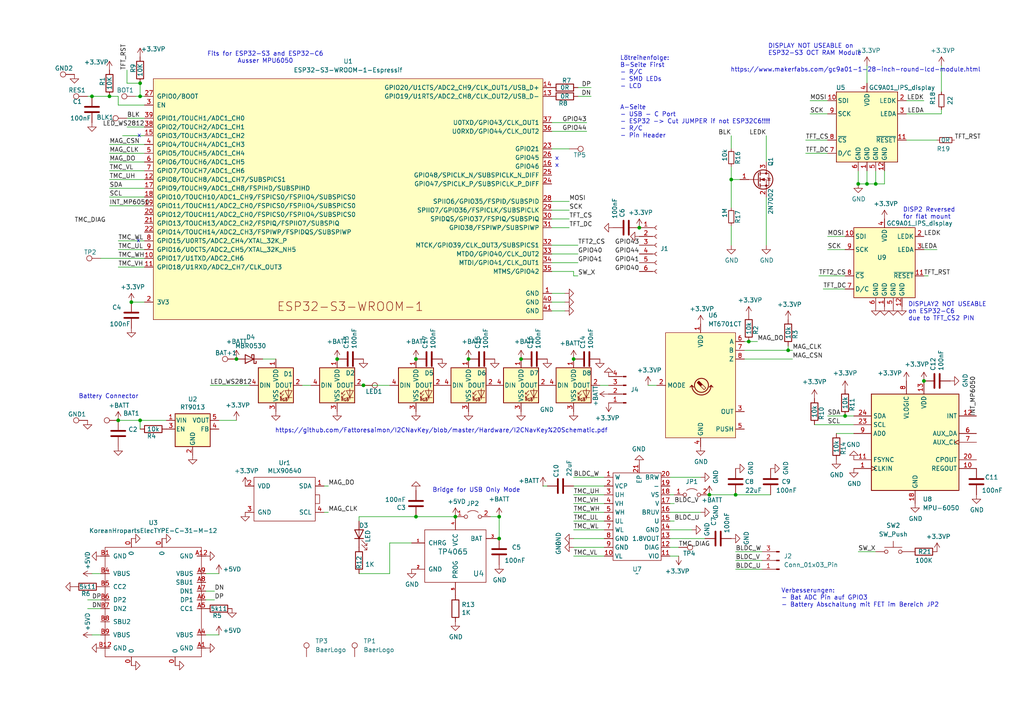
<source format=kicad_sch>
(kicad_sch (version 20231120) (generator "eeschema") (generator_version "8.0")
  (paper "A4")
  (lib_symbols
    (symbol "Connector:Conn_01x03_Pin" (pin_names (offset 1.016) hide)
      (property "Reference" "J" (at 0 5.08 0))
      (property "Value" "Conn_01x03_Pin" (at 0 -5.08 0))
      (symbol "Conn_01x03_Pin_1_1"
        (pin passive line (at 5.08 2.54 180) (length 3.81) (name "Pin_1") (number "1"))
        (pin passive line (at 5.08 0 180) (length 3.81) (name "Pin_2") (number "2"))
        (pin passive line (at 5.08 -2.54 180) (length 3.81) (name "Pin_3") (number "3"))
      )
    )
    (symbol "Connector:Conn_01x04_Pin" (pin_names (offset 1.016) hide)
      (property "Reference" "J" (at 0 5.08 0))
      (property "Value" "Conn_01x04_Pin" (at 0 -7.62 0))
      (symbol "Conn_01x04_Pin_1_1"
        (pin passive line (at 5.08 2.54 180) (length 3.81) (name "Pin_1") (number "1"))
        (pin passive line (at 5.08 0 180) (length 3.81) (name "Pin_2") (number "2"))
        (pin passive line (at 5.08 -2.54 180) (length 3.81) (name "Pin_3") (number "3"))
        (pin passive line (at 5.08 -5.08 180) (length 3.81) (name "Pin_4") (number "4"))
      )
    )
    (symbol "Connector:Conn_01x06_Female" (pin_names (offset 1.016) hide)
      (property "Reference" "J" (at 0 7.62 0))
      (property "Value" "Connector_Conn_01x06_Female" (at 0 -10.16 0))
      (symbol "Conn_01x06_Female_1_1"
        (pin passive line (at -5.08 5.08 0) (length 3.81) (name "Pin_1") (number "1"))
        (pin passive line (at -5.08 2.54 0) (length 3.81) (name "Pin_2") (number "2"))
        (pin passive line (at -5.08 0 0) (length 3.81) (name "Pin_3") (number "3"))
        (pin passive line (at -5.08 -2.54 0) (length 3.81) (name "Pin_4") (number "4"))
        (pin passive line (at -5.08 -5.08 0) (length 3.81) (name "Pin_5") (number "5"))
        (pin passive line (at -5.08 -7.62 0) (length 3.81) (name "Pin_6") (number "6"))
      )
    )
    (symbol "Connector:TestPoint" (pin_numbers hide) (pin_names (offset 0.762) hide)
      (property "Reference" "TP" (at 0 6.858 0))
      (property "Value" "TestPoint" (at 0 5.08 0))
      (symbol "TestPoint_1_1"
        (pin passive line (at 0 0 90) (length 2.54) (name "1") (number "1"))
      )
    )
    (symbol "Device:C" (pin_numbers hide) (pin_names (offset 0.254))
      (property "Reference" "C" (at 0.635 2.54 0))
      (property "Value" "C" (at 0.635 -2.54 0))
      (symbol "C_1_1"
        (pin passive line (at 0 3.81 270) (length 2.794) (name "~") (number "1"))
        (pin passive line (at 0 -3.81 90) (length 2.794) (name "~") (number "2"))
      )
    )
    (symbol "Device:LED" (pin_numbers hide) (pin_names (offset 1.016) hide)
      (property "Reference" "D" (at 0 2.54 0))
      (property "Value" "LED" (at 0 -2.54 0))
      (symbol "LED_1_1"
        (pin passive line (at -3.81 0 0) (length 2.54) (name "K") (number "1"))
        (pin passive line (at 3.81 0 180) (length 2.54) (name "A") (number "2"))
      )
    )
    (symbol "Device:R" (pin_numbers hide) (pin_names (offset 0))
      (property "Reference" "R" (at 2.032 0 90))
      (property "Value" "R" (at 0 0 90))
      (symbol "R_1_1"
        (pin passive line (at 0 3.81 270) (length 1.27) (name "~") (number "1"))
        (pin passive line (at 0 -3.81 90) (length 1.27) (name "~") (number "2"))
      )
    )
    (symbol "Device:R_Small" (pin_numbers hide) (pin_names (offset 0.254) hide)
      (property "Reference" "R" (at 0.762 0.508 0))
      (property "Value" "R_Small" (at 0.762 -1.016 0))
      (symbol "R_Small_1_1"
        (pin passive line (at 0 2.54 270) (length 0.762) (name "~") (number "1"))
        (pin passive line (at 0 -2.54 90) (length 0.762) (name "~") (number "2"))
      )
    )
    (symbol "Diode:MBR0530" (pin_numbers hide) (pin_names (offset 1.016) hide)
      (property "Reference" "D" (at 0 2.54 0))
      (property "Value" "MBR0530" (at 0 -2.54 0))
      (symbol "MBR0530_1_1"
        (pin passive line (at -3.81 0 0) (length 2.54) (name "K") (number "1"))
        (pin passive line (at 3.81 0 180) (length 2.54) (name "A") (number "2"))
      )
    )
    (symbol "Jumper:Jumper_2_Open" (pin_names (offset 0) hide)
      (property "Reference" "JP" (at 0 2.794 0))
      (property "Value" "Jumper_2_Open" (at 0 -2.286 0))
      (symbol "Jumper_2_Open_1_1"
        (pin passive line (at -5.08 0 0) (length 2.54) (name "A") (number "1"))
        (pin passive line (at 5.08 0 180) (length 2.54) (name "B") (number "2"))
      )
    )
    (symbol "LED:WS2812B" (pin_names (offset 0.254))
      (property "Reference" "D" (at 5.08 5.715 0))
      (property "Value" "WS2812B" (at 1.27 -5.715 0))
      (symbol "WS2812B_0_0"
        (text "RGB" (at 2.286 -4.191 0) (effects (font (size 0.762 0.762))))
      )
      (symbol "WS2812B_1_1"
        (pin power_in line (at 0 7.62 270) (length 2.54) (name "VDD") (number "1"))
        (pin output line (at 7.62 0 180) (length 2.54) (name "DOUT") (number "2"))
        (pin power_in line (at 0 -7.62 90) (length 2.54) (name "VSS") (number "3"))
        (pin input line (at -7.62 0 0) (length 2.54) (name "DIN") (number "4"))
      )
    )
    (symbol "MLX90640:MLX90640" (pin_names (offset 1.016))
      (property "Reference" "U" (at 0 -1.27 0))
      (property "Value" "MLX90640" (at 0 1.27 0))
      (symbol "MLX90640_1_1"
        (pin bidirectional line (at 11.43 3.81 180) (length 2.54) (name "SDA") (number "1"))
        (pin power_in line (at -11.43 3.81 0) (length 2.54) (name "VDD") (number "2"))
        (pin power_in line (at -11.43 -3.81 0) (length 2.54) (name "GND") (number "3"))
        (pin bidirectional line (at 11.43 -3.81 180) (length 2.54) (name "SCL") (number "4"))
      )
    )
    (symbol "Regulator_Linear:TPS72201" (pin_names (offset 0.254))
      (property "Reference" "U" (at -3.81 5.715 0))
      (property "Value" "TPS72201" (at 0 5.715 0))
      (symbol "TPS72201_1_1"
        (pin power_in line (at -7.62 2.54 0) (length 2.54) (name "VIN") (number "1"))
        (pin power_in line (at 0 -7.62 90) (length 2.54) (name "GND") (number "2"))
        (pin input line (at -7.62 0 0) (length 2.54) (name "EN") (number "3"))
        (pin input line (at 7.62 0 180) (length 2.54) (name "FB") (number "4"))
        (pin power_out line (at 7.62 2.54 180) (length 2.54) (name "VOUT") (number "5"))
      )
    )
    (symbol "Sensor_Magnetic:MT6701CT"
      (property "Reference" "U" (at -9.6632 16.4397 0))
      (property "Value" "MT6701CT" (at 5.5155 16.4397 0))
      (symbol "MT6701CT_1_1"
        (pin power_in line (at 0 17.78 270) (length 2.54) (name "VDD") (number "1"))
        (pin input line (at -12.7 0 0) (length 2.54) (name "MODE") (number "2"))
        (pin output line (at 12.7 -7.62 180) (length 2.54) (name "OUT") (number "3"))
        (pin power_in line (at 0 -17.78 90) (length 2.54) (name "GND") (number "4"))
        (pin output line (at 12.7 -12.7 180) (length 2.54) (name "PUSH") (number "5"))
        (pin output line (at 12.7 12.7 180) (length 2.54) (name "A") (number "6"))
        (pin output line (at 12.7 10.16 180) (length 2.54) (name "B") (number "7"))
        (pin output line (at 12.7 7.62 180) (length 2.54) (name "Z") (number "8"))
      )
    )
    (symbol "Sensor_Motion:MPU-6050"
      (property "Reference" "U" (at -11.43 13.97 0))
      (property "Value" "MPU-6050" (at 7.62 -15.24 0))
      (symbol "MPU-6050_0_0"
        (text "" (at 12.7 -2.54 0) (effects (font (size 1.27 1.27))))
      )
      (symbol "MPU-6050_1_1"
        (pin input clock (at -17.78 -7.62 0) (length 5.08) (name "CLKIN") (number "1"))
        (pin passive line (at 17.78 -7.62 180) (length 5.08) (name "REGOUT") (number "10"))
        (pin input line (at -17.78 -5.08 0) (length 5.08) (name "FSYNC") (number "11"))
        (pin output line (at 17.78 7.62 180) (length 5.08) (name "INT") (number "12"))
        (pin power_in line (at 2.54 17.78 270) (length 3.81) (name "VDD") (number "13"))
        (pin no_connect line (at -12.7 -10.16 0) (length 2.54) hide (name "NC") (number "14"))
        (pin no_connect line (at 12.7 12.7 180) (length 2.54) hide (name "NC") (number "15"))
        (pin no_connect line (at 12.7 10.16 180) (length 2.54) hide (name "NC") (number "16"))
        (pin no_connect line (at 12.7 5.08 180) (length 2.54) hide (name "NC") (number "17"))
        (pin power_in line (at 0 -17.78 90) (length 3.81) (name "GND") (number "18"))
        (pin no_connect line (at 12.7 -10.16 180) (length 2.54) hide (name "RESV") (number "19"))
        (pin no_connect line (at -12.7 12.7 0) (length 2.54) hide (name "NC") (number "2"))
        (pin passive line (at 17.78 -5.08 180) (length 5.08) (name "CPOUT") (number "20"))
        (pin no_connect line (at 12.7 -2.54 180) (length 2.54) hide (name "RESV") (number "21"))
        (pin no_connect line (at 12.7 -12.7 180) (length 2.54) hide (name "RESV") (number "22"))
        (pin input line (at -17.78 5.08 0) (length 5.08) (name "SCL") (number "23"))
        (pin bidirectional line (at -17.78 7.62 0) (length 5.08) (name "SDA") (number "24"))
        (pin no_connect line (at -12.7 10.16 0) (length 2.54) hide (name "NC") (number "3"))
        (pin no_connect line (at -12.7 0 0) (length 2.54) hide (name "NC") (number "4"))
        (pin no_connect line (at -12.7 -2.54 0) (length 2.54) hide (name "NC") (number "5"))
        (pin bidirectional line (at 17.78 2.54 180) (length 5.08) (name "AUX_DA") (number "6"))
        (pin output clock (at 17.78 0 180) (length 5.08) (name "AUX_CL") (number "7"))
        (pin power_in line (at -2.54 17.78 270) (length 3.81) (name "VLOGIC") (number "8"))
        (pin input line (at -17.78 2.54 0) (length 5.08) (name "AD0") (number "9"))
      )
    )
    (symbol "Switch:SW_Push" (pin_numbers hide) (pin_names (offset 1.016) hide)
      (property "Reference" "SW" (at 1.27 2.54 0))
      (property "Value" "SW_Push" (at 0 -1.524 0))
      (symbol "SW_Push_0_1"
        (pin passive line (at -5.08 0 0) (length 2.54) (name "1") (number "1"))
        (pin passive line (at 5.08 0 180) (length 2.54) (name "2") (number "2"))
      )
    )
    (symbol "Transistor_FET:2N7002" (pin_names hide)
      (property "Reference" "Q" (at 5.08 1.905 0))
      (property "Value" "2N7002" (at 5.08 0 0))
      (symbol "2N7002_1_1"
        (pin input line (at -5.08 0 0) (length 2.54) (name "G") (number "1"))
        (pin passive line (at 2.54 -5.08 90) (length 2.54) (name "S") (number "2"))
        (pin passive line (at 2.54 5.08 270) (length 2.54) (name "D") (number "3"))
      )
    )
    (symbol "open-Smartwatch:GC9A01_IPS_display_SPI" (pin_names (offset 0.381))
      (property "Reference" "U" (at -7.62 11.43 0))
      (property "Value" "GC9A01_IPS_display_SPI" (at 12.7 11.43 0))
      (symbol "GC9A01_IPS_display_SPI_0_0"
        (pin power_in line (at 0 -12.7 90) (length 2.54) (name "GND") (number "1"))
        (pin bidirectional line (at -11.43 7.62 0) (length 2.54) (name "SDI") (number "10"))
        (pin input line (at 11.43 -3.81 180) (length 2.54) (name "~{RESET}") (number "11"))
        (pin power_in line (at 5.08 -12.7 90) (length 2.54) (name "GND") (number "12"))
        (pin passive line (at 11.43 7.62 180) (length 2.54) (name "LEDK") (number "2"))
        (pin passive line (at 11.43 3.81 180) (length 2.54) (name "LEDA") (number "3"))
        (pin power_in line (at 0 12.7 270) (length 2.54) (name "VDD") (number "4"))
        (pin power_in line (at 2.54 -12.7 90) (length 2.54) (name "GND") (number "5"))
        (pin power_in line (at -2.54 -12.7 90) (length 2.54) (name "GND") (number "6"))
        (pin input line (at -11.43 -7.62 0) (length 2.54) (name "D/C") (number "7"))
        (pin input line (at -11.43 -3.81 0) (length 2.54) (name "~{CS}") (number "8"))
        (pin input line (at -11.43 3.81 0) (length 2.54) (name "SCK") (number "9"))
      )
    )
    (symbol "power:+3.3VP" (power) (pin_names (offset 0))
      (property "Value" "+3.3VP" (at 0 2.54 0))
      (symbol "+3.3VP_0_0"
        (pin power_in line (at 0 0 90) (length 0) hide (name "+3.3VP") (number "1"))
      )
    )
    (symbol "power:+5VD" (power) (pin_names (offset 0))
      (property "Value" "+5VD" (at 0 3.556 0))
      (symbol "+5VD_1_1"
        (pin power_in line (at 0 0 90) (length 0) hide (name "+5VD") (number "1"))
      )
    )
    (symbol "power:+BATT" (power) (pin_numbers hide) (pin_names (offset 0) hide)
      (property "Value" "+BATT" (at 0 3.556 0))
      (symbol "+BATT_1_1"
        (pin power_in line (at 0 0 90) (length 0) (name "~") (number "1"))
      )
    )
    (symbol "power:GND" (power) (pin_names (offset 0))
      (property "Value" "GND" (at 0 -3.81 0))
      (symbol "GND_1_1"
        (pin power_in line (at 0 0 270) (length 0) hide (name "GND") (number "1"))
      )
    )
    (symbol "s3Basic-rescue:ESP32-S3-WROOM-1-Espressif" (pin_names (offset 1.016))
      (property "Reference" "U" (at 0 35.56 0))
      (property "Value" "ESP32-S3-WROOM-1-Espressif" (at 0 -36.83 0))
      (symbol "ESP32-S3-WROOM-1-Espressif_0_0"
        (text "ESP32-S3-WROOM-1" (at 0 -31.75 0) (effects (font (size 2.54 2.54))))
        (pin power_in line (at 58.42 -27.94 180) (length 2.54) (name "GND") (number "1"))
        (pin bidirectional line (at -59.69 -17.78 0) (length 2.54) (name "GPIO17/U1TXD/ADC2_CH6") (number "10"))
        (pin bidirectional line (at -59.69 -20.32 0) (length 2.54) (name "GPIO18/U1RXD/ADC2_CH7/CLK_OUT3") (number "11"))
        (pin bidirectional line (at -59.69 5.08 0) (length 2.54) (name "GPIO8/TOUCH8/ADC1_CH7/SUBSPICS1") (number "12"))
        (pin bidirectional line (at 58.42 29.21 180) (length 2.54) (name "GPIO19/U1RTS/ADC2_CH8/CLK_OUT2/USB_D-") (number "13"))
        (pin bidirectional line (at 58.42 31.75 180) (length 2.54) (name "GPIO20/U1CTS/ADC2_CH9/CLK_OUT1/USB_D+") (number "14"))
        (pin bidirectional line (at -59.69 17.78 0) (length 2.54) (name "GPIO3/TOUCH3/ADC1_CH2") (number "15"))
        (pin bidirectional line (at 58.42 8.89 180) (length 2.54) (name "GPIO46") (number "16"))
        (pin bidirectional line (at -59.69 2.54 0) (length 2.54) (name "GPIO9/TOUCH9/ADC1_CH8/FSPIHD/SUBSPIHD") (number "17"))
        (pin bidirectional line (at -59.69 0 0) (length 2.54) (name "GPIO10/TOUCH10/ADC1_CH9/FSPICS0/FSPIIO4/SUBSPICS0") (number "18"))
        (pin bidirectional line (at -59.69 -2.54 0) (length 2.54) (name "GPIO11/TOUCH11/ADC2_CH0/FSPICS0/FSPIIO4/SUBSPICS0") (number "19"))
        (pin power_in line (at -59.69 -30.48 0) (length 2.54) (name "3V3") (number "2"))
        (pin bidirectional line (at -59.69 -5.08 0) (length 2.54) (name "GPIO12/TOUCH11/ADC2_CH0/FSPICS0/FSPIIO4/SUBSPICS0") (number "20"))
        (pin bidirectional line (at -59.69 -7.62 0) (length 2.54) (name "GPIO13/TOUCH13/ADC2_CH2/FSPIQ/FSPIIO7/SUBSPIQ") (number "21"))
        (pin bidirectional line (at -59.69 -10.16 0) (length 2.54) (name "GPIO14/TOUCH14/ADC2_CH3/FSPIWP/FSPIDQS/SUBSPIWP") (number "22"))
        (pin bidirectional line (at 58.42 13.97 180) (length 2.54) (name "GPIO21") (number "23"))
        (pin bidirectional line (at 58.42 3.81 180) (length 2.54) (name "GPIO47/SPICLK_P/SUBSPICLK_P_DIFF") (number "24"))
        (pin bidirectional line (at 58.42 6.35 180) (length 2.54) (name "GPIO48/SPICLK_N/SUBSPICLK_N_DIFF") (number "25"))
        (pin bidirectional line (at 58.42 11.43 180) (length 2.54) (name "GPIO45") (number "26"))
        (pin bidirectional line (at -59.69 29.21 0) (length 2.54) (name "GPIO0/BOOT") (number "27"))
        (pin bidirectional line (at 58.42 -1.27 180) (length 2.54) (name "SPIIO6/GPIO35/FSPID/SUBSPID") (number "28"))
        (pin bidirectional line (at 58.42 -3.81 180) (length 2.54) (name "SPIIO7/GPIO36/FSPICLK/SUBSPICLK") (number "29"))
        (pin input line (at -59.69 26.67 0) (length 2.54) (name "EN") (number "3"))
        (pin bidirectional line (at 58.42 -6.35 180) (length 2.54) (name "SPIDQS/GPIO37/FSPIQ/SUBSPIQ") (number "30"))
        (pin bidirectional line (at 58.42 -8.89 180) (length 2.54) (name "GPIO38/FSPIWP/SUBSPIWP") (number "31"))
        (pin bidirectional line (at 58.42 -13.97 180) (length 2.54) (name "MTCK/GPIO39/CLK_OUT3/SUBSPICS1") (number "32"))
        (pin bidirectional line (at 58.42 -16.51 180) (length 2.54) (name "MTDO/GPIO40/CLK_OUT2") (number "33"))
        (pin bidirectional line (at 58.42 -19.05 180) (length 2.54) (name "MTDI/GPIO41/CLK_OUT1") (number "34"))
        (pin bidirectional line (at 58.42 -21.59 180) (length 2.54) (name "MTMS/GPIO42") (number "35"))
        (pin bidirectional line (at 58.42 19.05 180) (length 2.54) (name "U0RXD/GPIO44/CLK_OUT2") (number "36"))
        (pin bidirectional line (at 58.42 21.59 180) (length 2.54) (name "U0TXD/GPIO43/CLK_OUT1") (number "37"))
        (pin bidirectional line (at -59.69 20.32 0) (length 2.54) (name "GPIO2/TOUCH2/ADC1_CH1") (number "38"))
        (pin bidirectional line (at -59.69 22.86 0) (length 2.54) (name "GPIO1/TOUCH1/ADC1_CH0") (number "39"))
        (pin bidirectional line (at -59.69 15.24 0) (length 2.54) (name "GPIO4/TOUCH4/ADC1_CH3") (number "4"))
        (pin power_in line (at 58.42 -30.48 180) (length 2.54) (name "GND") (number "40"))
        (pin power_in line (at 58.42 -33.02 180) (length 2.54) (name "GND") (number "41"))
        (pin bidirectional line (at -59.69 12.7 0) (length 2.54) (name "GPIO5/TOUCH5/ADC1_CH4") (number "5"))
        (pin bidirectional line (at -59.69 10.16 0) (length 2.54) (name "GPIO6/TOUCH6/ADC1_CH5") (number "6"))
        (pin bidirectional line (at -59.69 7.62 0) (length 2.54) (name "GPIO7/TOUCH7/ADC1_CH6") (number "7"))
        (pin bidirectional line (at -59.69 -12.7 0) (length 2.54) (name "GPIO15/U0RTS/ADC2_CH4/XTAL_32K_P") (number "8"))
        (pin bidirectional line (at -59.69 -15.24 0) (length 2.54) (name "GPIO16/U0CTS/ADC2_CH5/XTAL_32K_NH5") (number "9"))
      )
    )
    (symbol "tmc6300:TMC6300"
      (property "Reference" "U" (at 0 0 0))
      (symbol "TMC6300_1_1"
        (pin bidirectional line (at -6.35 2.54 0) (length 2.54) (name "W") (number "1"))
        (pin bidirectional line (at -6.35 -20.32 0) (length 2.54) (name "VL") (number "10"))
        (pin power_in line (at 12.7 -20.32 180) (length 2.54) (name "VIO") (number "11"))
        (pin bidirectional line (at 12.7 -17.78 180) (length 2.54) (name "DIAG") (number "12"))
        (pin bidirectional line (at 12.7 -15.24 180) (length 2.54) (name "1.8VOUT") (number "13"))
        (pin power_out line (at 12.7 -12.7 180) (length 2.54) (name "GND") (number "14"))
        (pin bidirectional line (at 12.7 -10.16 180) (length 2.54) (name "U") (number "15"))
        (pin bidirectional line (at 12.7 -7.62 180) (length 2.54) (name "BRUV") (number "16"))
        (pin bidirectional line (at 12.7 -5.08 180) (length 2.54) (name "V") (number "17"))
        (pin power_in line (at 12.7 -2.54 180) (length 2.54) (name "VS") (number "18"))
        (pin bidirectional line (at 12.7 0 180) (length 2.54) (name "-") (number "19"))
        (pin power_in line (at -6.35 0 0) (length 2.54) (name "VCP") (number "2"))
        (pin bidirectional line (at 12.7 2.54 180) (length 2.54) (name "BRW") (number "20"))
        (pin bidirectional line (at 3.81 6.35 270) (length 2.54) (name "EP") (number "21"))
        (pin bidirectional line (at -6.35 -2.54 0) (length 2.54) (name "UH") (number "3"))
        (pin bidirectional line (at -6.35 -5.08 0) (length 2.54) (name "VH") (number "4"))
        (pin bidirectional line (at -6.35 -7.62 0) (length 2.54) (name "WH") (number "5"))
        (pin bidirectional line (at -6.35 -10.16 0) (length 2.54) (name "UL") (number "6"))
        (pin bidirectional line (at -6.35 -12.7 0) (length 2.54) (name "WL") (number "7"))
        (pin power_out line (at -6.35 -15.24 0) (length 2.54) (name "GND") (number "8"))
        (pin power_out line (at -6.35 -17.78 0) (length 2.54) (name "GND") (number "9"))
      )
    )
    (symbol "tp4056:KoreanHropartsElecTYPE-C-31-M-12" (pin_names (offset 1.016))
      (property "Reference" "U" (at 0 0 0))
      (property "Value" "KoreanHropartsElecTYPE-C-31-M-12" (at 0 0 0))
      (symbol "KoreanHropartsElecTYPE-C-31-M-12_1_1"
        (pin unspecified line (at 1.27 -35.56 90) (length 2.54) (name "0") (number "0"))
        (pin unspecified line (at 1.27 1.27 270) (length 2.54) (name "0") (number "0"))
        (pin unspecified line (at 10.16 1.27 270) (length 2.54) (name "0") (number "0"))
        (pin unspecified line (at 13.97 -35.56 90) (length 2.54) (name "0") (number "0"))
        (pin power_out line (at 22.86 -30.48 180) (length 2.54) (name "GND") (number "A1"))
        (pin power_out line (at 22.86 -3.81 180) (length 2.54) (name "GND") (number "A12"))
        (pin power_in line (at 22.86 -26.67 180) (length 2.54) (name "VBUS") (number "A4"))
        (pin bidirectional line (at 22.86 -19.05 180) (length 2.54) (name "CC1") (number "A5"))
        (pin bidirectional line (at 22.86 -16.51 180) (length 2.54) (name "DP1") (number "A6"))
        (pin bidirectional line (at 22.86 -13.97 180) (length 2.54) (name "DN1") (number "A7"))
        (pin bidirectional line (at 22.86 -11.43 180) (length 2.54) (name "SBU1") (number "A8"))
        (pin power_in line (at 22.86 -8.89 180) (length 2.54) (name "VBUS") (number "A9"))
        (pin power_out line (at -7.62 -3.81 0) (length 2.54) (name "GND") (number "B1"))
        (pin power_in line (at -7.62 -30.48 0) (length 2.54) (name "GND") (number "B12"))
        (pin power_in line (at -7.62 -8.89 0) (length 2.54) (name "VBUS") (number "B4"))
        (pin bidirectional line (at -7.62 -12.7 0) (length 2.54) (name "CC2") (number "B5"))
        (pin bidirectional line (at -7.62 -16.51 0) (length 2.54) (name "DP2") (number "B6"))
        (pin bidirectional line (at -7.62 -19.05 0) (length 2.54) (name "DN2") (number "B7"))
        (pin bidirectional line (at -7.62 -22.86 0) (length 2.54) (name "SBU2") (number "B8"))
        (pin power_in line (at -7.62 -26.67 0) (length 2.54) (name "VBUS") (number "B9"))
      )
    )
    (symbol "tp4056:TP4065" (pin_names (offset 1.016))
      (property "Reference" "U" (at -8.89 10.16 0))
      (property "Value" "TP4065" (at 8.89 10.16 0))
      (symbol "TP4065_1_1"
        (pin open_collector line (at -12.7 5.08 0) (length 3.81) (name "CHRG") (number "1"))
        (pin power_in line (at -12.7 -2.54 0) (length 3.81) (name "GND") (number "2"))
        (pin power_out line (at 12.7 6.35 180) (length 3.81) (name "BAT") (number "3"))
        (pin power_in line (at 0 12.7 270) (length 3.81) (name "VCC") (number "4"))
        (pin passive line (at 0 -10.16 90) (length 3.81) (name "PROG") (number "5"))
      )
    )
  )
  (junction (at 213.36 143.51))
  (junction (at 144.78 156.21))
  (junction (at 251.46 53.34))
  (junction (at 105.41 111.76))
  (junction (at 40.64 121.92))
  (junction (at 217.17 99.06))
  (junction (at 205.74 143.51))
  (junction (at 26.67 27.94))
  (junction (at 185.42 66.04))
  (junction (at 151.13 104.14))
  (junction (at 97.79 104.14))
  (junction (at 135.89 104.14))
  (junction (at 144.78 149.86))
  (junction (at 245.11 120.65))
  (junction (at 132.08 149.86))
  (junction (at 228.6 101.6))
  (junction (at 248.92 53.34))
  (junction (at 31.75 27.94))
  (junction (at 40.64 24.13))
  (junction (at 68.58 104.14))
  (junction (at 34.29 121.92))
  (junction (at 120.65 104.14))
  (junction (at 120.65 149.86))
  (junction (at 38.1 87.63))
  (junction (at 254 53.34))
  (junction (at 267.97 110.49))
  (junction (at 212.09 52.07))
  (junction (at 166.37 104.14))
  (junction (at 40.64 27.94))
  (wire (pts (xy 245.11 120.65) (xy 247.65 120.65)))
  (wire (pts (xy 36.83 20.32) (xy 36.83 24.13)))
  (wire (pts (xy 240.03 33.02) (xy 234.95 33.02)))
  (wire (pts (xy 166.37 80.01) (xy 166.37 78.74)))
  (wire (pts (xy 256.54 49.53) (xy 256.54 53.34)))
  (wire (pts (xy 160.02 66.04) (xy 165.1 66.04)))
  (wire (pts (xy 237.49 80.01) (xy 245.11 80.01)))
  (wire (pts (xy 113.03 166.37) (xy 113.03 157.48)))
  (wire (pts (xy 34.29 121.92) (xy 40.64 121.92)))
  (wire (pts (xy 215.9 101.6) (xy 228.6 101.6)))
  (wire (pts (xy 104.14 166.37) (xy 113.03 166.37)))
  (wire (pts (xy 194.31 158.75) (xy 196.85 158.75)))
  (wire (pts (xy 25.4 27.94) (xy 26.67 27.94)))
  (wire (pts (xy 166.37 138.43) (xy 175.26 138.43)))
  (wire (pts (xy 194.31 138.43) (xy 203.2 138.43)))
  (wire (pts (xy 166.37 153.67) (xy 175.26 153.67)))
  (wire (pts (xy 60.96 111.76) (xy 72.39 111.76)))
  (wire (pts (xy 160.02 58.42) (xy 165.1 58.42)))
  (wire (pts (xy 31.75 46.99) (xy 41.91 46.99)))
  (wire (pts (xy 267.97 72.39) (xy 271.78 72.39)))
  (wire (pts (xy 167.64 25.4) (xy 171.45 25.4)))
  (wire (pts (xy 36.83 36.83) (xy 41.91 36.83)))
  (wire (pts (xy 26.67 27.94) (xy 31.75 27.94)))
  (wire (pts (xy 59.69 184.15) (xy 63.5 184.15)))
  (wire (pts (xy 157.48 140.97) (xy 158.75 140.97)))
  (wire (pts (xy 194.31 151.13) (xy 195.58 151.13)))
  (wire (pts (xy 104.14 149.86) (xy 104.14 151.13)))
  (wire (pts (xy 34.29 69.85) (xy 41.91 69.85)))
  (wire (pts (xy 212.09 52.07) (xy 212.09 60.325)))
  (wire (pts (xy 240.03 40.64) (xy 233.68 40.64)))
  (wire (pts (xy 76.2 104.14) (xy 80.01 104.14)))
  (wire (pts (xy 160.02 73.66) (xy 167.64 73.66)))
  (wire (pts (xy 31.75 41.91) (xy 41.91 41.91)))
  (wire (pts (xy 213.36 160.02) (xy 220.98 160.02)))
  (wire (pts (xy 240.03 72.39) (xy 245.11 72.39)))
  (wire (pts (xy 31.75 52.07) (xy 41.91 52.07)))
  (wire (pts (xy 240.03 68.58) (xy 245.11 68.58)))
  (wire (pts (xy 36.83 34.29) (xy 41.91 34.29)))
  (wire (pts (xy 38.1 87.63) (xy 41.91 87.63)))
  (wire (pts (xy 205.74 143.51) (xy 213.36 143.51)))
  (wire (pts (xy 240.03 120.65) (xy 245.11 120.65)))
  (wire (pts (xy 251.46 53.34) (xy 248.92 53.34)))
  (wire (pts (xy 167.64 27.94) (xy 171.45 27.94)))
  (wire (pts (xy 31.75 54.61) (xy 41.91 54.61)))
  (wire (pts (xy 166.37 146.05) (xy 175.26 146.05)))
  (wire (pts (xy 34.29 27.94) (xy 31.75 27.94)))
  (wire (pts (xy 160.02 71.12) (xy 167.64 71.12)))
  (wire (pts (xy 166.37 78.74) (xy 160.02 78.74)))
  (wire (pts (xy 105.41 111.76) (xy 113.03 111.76)))
  (wire (pts (xy 36.83 24.13) (xy 40.64 24.13)))
  (wire (pts (xy 40.64 24.13) (xy 40.64 27.94)))
  (wire (pts (xy 194.31 143.51) (xy 195.58 143.51)))
  (wire (pts (xy 113.03 157.48) (xy 119.38 157.48)))
  (wire (pts (xy 160.02 85.09) (xy 163.83 85.09)))
  (wire (pts (xy 40.64 121.92) (xy 48.26 121.92)))
  (wire (pts (xy 236.22 123.19) (xy 247.65 123.19)))
  (wire (pts (xy 160.02 87.63) (xy 163.83 87.63)))
  (wire (pts (xy 166.37 148.59) (xy 175.26 148.59)))
  (wire (pts (xy 212.09 52.07) (xy 214.63 52.07)))
  (wire (pts (xy 194.31 146.05) (xy 195.58 146.05)))
  (wire (pts (xy 217.17 99.06) (xy 219.71 99.06)))
  (wire (pts (xy 273.05 26.67) (xy 273.05 19.05)))
  (wire (pts (xy 273.05 33.02) (xy 262.89 33.02)))
  (wire (pts (xy 34.29 72.39) (xy 41.91 72.39)))
  (wire (pts (xy 93.98 148.59) (xy 95.25 148.59)))
  (wire (pts (xy 160.02 38.1) (xy 170.18 38.1)))
  (wire (pts (xy 248.92 160.02) (xy 254 160.02)))
  (wire (pts (xy 40.64 27.94) (xy 41.91 27.94)))
  (wire (pts (xy 166.37 156.21) (xy 175.26 156.21)))
  (wire (pts (xy 194.31 148.59) (xy 203.2 148.59)))
  (wire (pts (xy 166.37 140.97) (xy 175.26 140.97)))
  (wire (pts (xy 31.75 57.15) (xy 41.91 57.15)))
  (wire (pts (xy 160.02 35.56) (xy 170.18 35.56)))
  (wire (pts (xy 34.29 77.47) (xy 41.91 77.47)))
  (wire (pts (xy 166.37 158.75) (xy 175.26 158.75)))
  (wire (pts (xy 194.31 161.29) (xy 196.85 161.29)))
  (wire (pts (xy 212.09 39.37) (xy 212.09 43.18)))
  (wire (pts (xy 248.92 49.53) (xy 248.92 53.34)))
  (wire (pts (xy 39.37 27.94) (xy 40.64 27.94)))
  (wire (pts (xy 29.21 74.93) (xy 41.91 74.93)))
  (wire (pts (xy 194.31 153.67) (xy 200.66 153.67)))
  (wire (pts (xy 59.69 173.99) (xy 62.23 173.99)))
  (wire (pts (xy 251.46 19.05) (xy 251.46 24.13)))
  (wire (pts (xy 160.02 63.5) (xy 165.1 63.5)))
  (wire (pts (xy 160.02 43.18) (xy 165.1 43.18)))
  (wire (pts (xy 63.5 121.92) (xy 68.58 121.92)))
  (wire (pts (xy 222.25 71.12) (xy 222.25 57.15)))
  (wire (pts (xy 31.75 59.69) (xy 41.91 59.69)))
  (wire (pts (xy 228.6 101.6) (xy 229.87 101.6)))
  (wire (pts (xy 262.89 40.64) (xy 271.78 40.64)))
  (wire (pts (xy 256.54 53.34) (xy 254 53.34)))
  (wire (pts (xy 160.02 60.96) (xy 165.1 60.96)))
  (wire (pts (xy 242.57 125.73) (xy 247.65 125.73)))
  (wire (pts (xy 29.21 166.37) (xy 26.67 166.37)))
  (wire (pts (xy 160.02 90.17) (xy 163.83 90.17)))
  (wire (pts (xy 87.63 111.76) (xy 90.17 111.76)))
  (wire (pts (xy 212.09 48.26) (xy 212.09 52.07)))
  (wire (pts (xy 187.96 111.76) (xy 190.5 111.76)))
  (wire (pts (xy 273.05 31.75) (xy 273.05 33.02)))
  (wire (pts (xy 238.76 83.82) (xy 245.11 83.82)))
  (wire (pts (xy 267.97 29.21) (xy 262.89 29.21)))
  (wire (pts (xy 62.23 171.45) (xy 59.69 171.45)))
  (wire (pts (xy 166.37 80.01) (xy 167.64 80.01)))
  (wire (pts (xy 240.03 29.21) (xy 234.95 29.21)))
  (wire (pts (xy 213.36 143.51) (xy 223.52 143.51)))
  (wire (pts (xy 215.9 104.14) (xy 229.87 104.14)))
  (wire (pts (xy 142.24 149.86) (xy 144.78 149.86)))
  (wire (pts (xy 222.25 39.37) (xy 222.25 46.99)))
  (wire (pts (xy 29.21 173.99) (xy 25.4 173.99)))
  (wire (pts (xy 194.31 156.21) (xy 204.47 156.21)))
  (wire (pts (xy 173.99 111.76) (xy 176.53 111.76)))
  (wire (pts (xy 40.64 121.92) (xy 40.64 124.46)))
  (wire (pts (xy 29.21 184.15) (xy 26.67 184.15)))
  (wire (pts (xy 31.75 49.53) (xy 41.91 49.53)))
  (wire (pts (xy 25.4 176.53) (xy 29.21 176.53)))
  (wire (pts (xy 166.37 151.13) (xy 175.26 151.13)))
  (wire (pts (xy 254 53.34) (xy 251.46 53.34)))
  (wire (pts (xy 251.46 49.53) (xy 251.46 53.34)))
  (wire (pts (xy 213.36 162.56) (xy 220.98 162.56)))
  (wire (pts (xy 215.9 99.06) (xy 217.17 99.06)))
  (wire (pts (xy 166.37 143.51) (xy 175.26 143.51)))
  (wire (pts (xy 212.09 71.12) (xy 212.09 65.405)))
  (wire (pts (xy 254 49.53) (xy 254 53.34)))
  (wire (pts (xy 63.5 166.37) (xy 59.69 166.37)))
  (wire (pts (xy 144.78 149.86) (xy 144.78 156.21)))
  (wire (pts (xy 240.03 44.45) (xy 233.68 44.45)))
  (wire (pts (xy 93.98 140.97) (xy 95.25 140.97)))
  (wire (pts (xy 120.65 149.86) (xy 104.14 149.86)))
  (wire (pts (xy 31.75 44.45) (xy 41.91 44.45)))
  (wire (pts (xy 267.97 80.01) (xy 269.24 80.01)))
  (wire (pts (xy 228.6 100.33) (xy 228.6 101.6)))
  (wire (pts (xy 120.65 149.86) (xy 132.08 149.86)))
  (wire (pts (xy 35.56 39.37) (xy 41.91 39.37)))
  (wire (pts (xy 166.37 161.29) (xy 175.26 161.29)))
  (wire (pts (xy 213.36 165.1) (xy 220.98 165.1)))
  (wire (pts (xy 41.91 30.48) (xy 34.29 30.48)))
  (wire (pts (xy 34.29 30.48) (xy 34.29 27.94)))
  (wire (pts (xy 160.02 76.2) (xy 167.64 76.2)))
  (text "DISP2 Reversed \nfor flat mount" (at 261.874 61.976 0) (effects (font (size 1.27 1.27)) (justify left)))
  (text "x" (at 161.544 48.006 0) (effects (font (size 1.27 1.27))))
  (text "x" (at 40.386 39.37 0) (effects (font (size 1.27 1.27))))
  (text "Lötreihenfolge:\nB-Seite First\n- R/C\n- SMD LEDs\n- LCD\n\n\nA-Seite\n- USB - C Port\n- ESP32 -> Cut JUMPER if not ESP32C6!!!!\n- R/C\n- Pin Header" (at 179.832 28.194 0) (effects (font (size 1.27 1.27)) (justify left)))
  (text "DISPLAY NOT USEABLE on\nESP32-S3 OCT RAM Module" (at 222.758 14.478 0) (effects (font (size 1.27 1.27)) (justify left)))
  (text "DISPLAY2 NOT USEABLE \non ESP32-C6\ndue to TFT_CS2 PIN" (at 263.398 90.424 0) (effects (font (size 1.27 1.27)) (justify left)))
  (text "Fits for ESP32-S3 and ESP32-C6\nAusser MPU6050" (at 76.962 16.764 0) (effects (font (size 1.27 1.27))))
  (text "Battery Connector" (at 31.496 115.062 0) (effects (font (size 1.27 1.27))))
  (text "Verbesserungen:\n- Bat ADC Pin auf GPIO3\n- Battery Abschaltung mit FET im Bereich JP2" (at 226.568 173.482 0) (effects (font (size 1.27 1.27)) (justify left)))
  (text "Bridge for USB Only Mode" (at 138.176 142.24 0) (effects (font (size 1.27 1.27))))
  (text "x" (at 40.132 69.85 0) (effects (font (size 1.27 1.27))))
  (text "https://www.makerfabs.com/gc9a01-1-28-inch-round-lcd-module.html" (at 248.158 20.32 0) (effects (font (size 1.27 1.27))))
  (text "https://github.com/Fattoresaimon/I2CNavKey/blob/master/Hardware/I2CNavKey%20Schematic.pdf" (at 128.016 124.968 0) (effects (font (size 1.27 1.27))))
  (text "x" (at 161.544 45.974 0) (effects (font (size 1.27 1.27))))
  (label "BLDC_U" (at 195.58 151.13 0))
  (label "BLK" (at 36.83 34.29 0))
  (label "MAG_CSN" (at 229.87 104.14 0))
  (label "GPIO40" (at 167.64 73.66 0))
  (label "BLDC_V" (at 195.58 146.05 0))
  (label "LEDK" (at 267.97 68.58 0))
  (label "MAG_DO" (at 31.75 46.99 0))
  (label "TMC_UL" (at 166.37 151.13 0))
  (label "DP" (at 171.45 25.4 180))
  (label "TMC_WH" (at 166.37 148.59 0))
  (label "TMC_WL" (at 166.37 153.67 0))
  (label "TFT_DC" (at 233.68 44.45 0))
  (label "GPIO41" (at 185.42 76.2 180))
  (label "DP" (at 26.67 173.99 0))
  (label "SCK" (at 165.1 60.96 0))
  (label "SDA" (at 31.75 54.61 0))
  (label "TFT_RST" (at 36.83 20.32 90))
  (label "MOSI" (at 165.1 58.42 0))
  (label "GPIO41" (at 167.64 76.2 0))
  (label "INT_MP6050" (at 283.21 120.65 90))
  (label "LEDK" (at 222.25 39.37 180))
  (label "TMC_VH" (at 166.37 146.05 0))
  (label "TMC_DIAG" (at 196.85 158.75 0))
  (label "DP" (at 62.23 173.99 0))
  (label "LEDA" (at 271.78 72.39 180))
  (label "MAG_CLK" (at 95.25 148.59 0))
  (label "TMC_UH" (at 166.37 143.51 0))
  (label "BLDC_U" (at 213.36 165.1 0))
  (label "GPIO43" (at 185.42 71.12 180))
  (label "BLDC_W" (at 166.37 138.43 0))
  (label "TFT_DC" (at 238.76 83.82 0))
  (label "SCK" (at 234.95 33.02 0))
  (label "LEDK" (at 267.97 29.21 180))
  (label "SCL" (at 240.03 123.19 0))
  (label "GPIO44" (at 185.42 73.66 180))
  (label "TFT_CS" (at 165.1 63.5 0))
  (label "TMC_VH" (at 34.29 77.47 0))
  (label "MAG_DO" (at 219.71 99.06 0))
  (label "LED_WS2812" (at 60.96 111.76 0))
  (label "MAG_CLK" (at 229.87 101.6 0))
  (label "MOSI" (at 240.03 68.58 0))
  (label "DN" (at 62.23 171.45 0))
  (label "MOSI" (at 234.95 29.21 0))
  (label "SCK" (at 240.03 72.39 0))
  (label "INT_MP6050" (at 31.75 59.69 0))
  (label "TFT2_CS" (at 237.49 80.01 0))
  (label "TMC_VL" (at 166.37 161.29 0))
  (label "BLDC_V" (at 213.36 162.56 0))
  (label "TMC_VL" (at 31.75 49.53 0))
  (label "LED_WS2812" (at 41.91 36.83 180))
  (label "SW_X" (at 248.92 160.02 0))
  (label "SW_X" (at 167.64 80.01 0))
  (label "DN" (at 26.67 176.53 0))
  (label "GPIO43" (at 170.18 35.56 180))
  (label "BLK" (at 212.09 39.37 180))
  (label "TMC_WH" (at 34.29 74.93 0))
  (label "SCL" (at 31.75 57.15 0))
  (label "TFT_CS" (at 233.68 40.64 0))
  (label "BLDC_W" (at 213.36 160.02 0))
  (label "DN" (at 171.45 27.94 180))
  (label "TFT_RST" (at 267.97 80.01 0))
  (label "LEDA" (at 267.97 33.02 180))
  (label "TMC_UH" (at 31.75 52.07 0))
  (label "TFT2_CS" (at 167.64 71.12 0))
  (label "GPIO40" (at 185.42 78.74 180))
  (label "MAG_CLK" (at 31.75 44.45 0))
  (label "TFT_DC" (at 165.1 66.04 0))
  (label "TMC_UL" (at 34.29 72.39 0))
  (label "SDA" (at 240.03 120.65 0))
  (label "TMC_WL" (at 34.29 69.85 0))
  (label "TMC_DIAG" (at 21.59 64.77 0))
  (label "GPIO44" (at 170.18 38.1 180))
  (label "TFT_RST" (at 276.86 40.64 0))
  (label "MAG_CSN" (at 31.75 41.91 0))
  (label "MAG_DO" (at 95.25 140.97 0))
  (symbol (lib_id "tmc6300:TMC6300") (at 181.61 140.97 0) (unit 1)
    (property "Reference" "U7" (at 184.785 165.1 0))
    (property "Value" "~" (at 184.785 166.37 0))
    (property "Footprint" "Package_DFN_QFN:WQFN-20-1EP_3x3mm_P0.4mm_EP1.7x1.7mm" (effects (hide yes)))
  )
  (symbol (lib_id "Device:C") (at 283.21 139.7 180) (unit 1)
    (property "Reference" "C11" (at 289.56 138.43 0) (effects (justify left)))
    (property "Value" "100nF" (at 290.83 142.24 0) (effects (justify left)))
    (property "Footprint" "Capacitor_SMD:C_0805_2012Metric_Pad1.18x1.45mm_HandSolder" (effects (hide yes)))
  )
  (symbol (lib_id "power:GND") (at 265.43 146.05 0) (unit 1)
    (property "Reference" "#PWR066" (effects (hide yes)))
    (property "Value" "GND" (at 265.557 150.4442 0))
  )
  (symbol (lib_id "Connector:TestPoint") (at 34.29 121.92 90) (unit 1)
    (property "Reference" "BAT1" (at 38.1 119.888 90))
    (property "Value" "TestPoint" (effects (hide yes)))
    (property "Footprint" "TestPoint:TestPoint_Pad_1.5x1.5mm" (effects (hide yes)))
    (property "Description" "test point" (effects (hide yes)))
  )
  (symbol (lib_id "Connector:TestPoint") (at 36.83 34.29 90) (unit 1)
    (property "Reference" "BLK1" (at 30.48 34.036 90))
    (property "Value" "TestPoint" (effects (hide yes)))
    (property "Footprint" "TestPoint:TestPoint_Pad_1.5x1.5mm" (effects (hide yes)))
    (property "Description" "test point" (effects (hide yes)))
  )
  (symbol (lib_id "Connector:TestPoint") (at 25.4 121.92 90) (unit 1)
    (property "Reference" "GND1" (at 22.352 120.142 90))
    (property "Value" "TestPoint" (effects (hide yes)))
    (property "Footprint" "TestPoint:TestPoint_Pad_1.5x1.5mm" (effects (hide yes)))
    (property "Description" "test point" (effects (hide yes)))
  )
  (symbol (lib_id "power:+5VD") (at 63.5 166.37 0) (unit 1)
    (property "Reference" "#PWR024" (effects (hide yes)))
    (property "Value" "+5VD" (at 67.31 165.1 0))
  )
  (symbol (lib_id "Connector:Conn_01x04_Pin") (at 181.61 114.3 180) (unit 1)
    (property "Reference" "J4" (at 182.88 113.0299 0) (effects (justify right)))
    (property "Value" "Conn_01x04_Pin" (effects (hide yes)))
    (property "Footprint" "Connector_PinHeader_2.54mm:PinHeader_1x04_P2.54mm_Vertical" (effects (hide yes)))
    (property "Description" "Generic connector, single row, 01x04, script generated" (effects (hide yes)))
  )
  (symbol (lib_id "power:GND") (at 144.78 163.83 0) (unit 1)
    (property "Reference" "#PWR041" (effects (hide yes)))
    (property "Value" "GND" (at 144.907 168.2242 0))
  )
  (symbol (lib_id "Device:R") (at 132.08 176.53 0) (unit 1)
    (property "Reference" "R13" (at 133.858 175.3616 0) (effects (justify left)))
    (property "Value" "1K" (at 133.858 177.673 0) (effects (justify left)))
    (property "Footprint" "Resistor_SMD:R_0805_2012Metric_Pad1.20x1.40mm_HandSolder" (effects (hide yes)))
  )
  (symbol (lib_id "power:GND") (at 163.83 87.63 90) (unit 1)
    (property "Reference" "#PWR028" (effects (hide yes)))
    (property "Value" "GND" (effects (hide yes)))
  )
  (symbol (lib_id "Device:R_Small") (at 273.05 29.21 0) (unit 1)
    (property "Reference" "R18" (at 270.51 30.48 90) (effects (justify left)))
    (property "Value" "22" (at 275.59 30.48 90) (effects (justify left)))
    (property "Footprint" "Resistor_SMD:R_0603_1608Metric" (effects (hide yes)))
  )
  (symbol (lib_id "power:GND") (at 173.99 104.14 0) (unit 1)
    (property "Reference" "#PWR085" (effects (hide yes)))
    (property "Value" "GND" (effects (hide yes)))
  )
  (symbol (lib_id "Connector:TestPoint") (at 196.85 158.75 270) (unit 1)
    (property "Reference" "TP4" (at 199.898 160.528 90))
    (property "Value" "TestPoint" (effects (hide yes)))
    (property "Footprint" "TestPoint:TestPoint_Pad_D1.0mm" (effects (hide yes)))
    (property "Description" "test point" (effects (hide yes)))
  )
  (symbol (lib_id "Device:C") (at 139.7 104.14 90) (unit 1)
    (property "Reference" "C15" (at 138.5316 101.219 0) (effects (justify left)))
    (property "Value" "100nF" (at 140.843 101.219 0) (effects (justify left)))
    (property "Footprint" "Capacitor_SMD:C_0805_2012Metric_Pad1.18x1.45mm_HandSolder" (effects (hide yes)))
  )
  (symbol (lib_id "power:+5VD") (at 26.67 166.37 90) (unit 1)
    (property "Reference" "#PWR014" (effects (hide yes)))
    (property "Value" "+5VD" (at 25.4 162.56 0))
  )
  (symbol (lib_id "Transistor_FET:2N7002") (at 219.71 52.07 0) (unit 1)
    (property "Reference" "Q1" (at 223.52 48.26 90) (effects (justify left)))
    (property "Value" "2N7002" (at 223.52 62.23 90) (effects (justify left)))
    (property "Footprint" "Package_TO_SOT_SMD:SOT-23" (effects (hide yes)))
    (property "Datasheet" "https://www.fairchildsemi.com/datasheets/2N/2N7002.pdf" (effects (hide yes)))
  )
  (symbol (lib_id "Device:R") (at 236.22 119.38 0) (unit 1)
    (property "Reference" "R10" (at 238.252 119.888 90))
    (property "Value" "10k" (at 236.22 119.38 90))
    (property "Footprint" "Resistor_SMD:R_0805_2012Metric_Pad1.20x1.40mm_HandSolder" (effects (hide yes)))
  )
  (symbol (lib_id "Switch:SW_Push") (at 259.08 160.02 0) (mirror y) (unit 1)
    (property "Reference" "SW2" (at 259.08 152.4 0))
    (property "Value" "SW_Push" (at 259.08 154.94 0))
    (property "Footprint" "tp4056:SW_SPST_CK_KMS2xxGP" (effects (hide yes)))
    (property "Datasheet" "https://de.aliexpress.com/item/32873390410.html?spm=a2g0o.order_list.order_list_main.19.55be5c5fZTEE2H&gatewayAdapt=glo2deu#nav-review" (effects (hide yes)))
  )
  (symbol (lib_id "power:GND") (at 29.21 187.96 270) (unit 1)
    (property "Reference" "#PWR017" (effects (hide yes)))
    (property "Value" "GND" (effects (hide yes)))
  )
  (symbol (lib_id "power:GND") (at 176.53 109.22 180) (unit 1)
    (property "Reference" "#PWR083" (effects (hide yes)))
    (property "Value" "GND" (effects (hide yes)))
  )
  (symbol (lib_id "Connector:Conn_01x03_Pin") (at 226.06 162.56 180) (unit 1)
    (property "Reference" "J2" (at 227.33 161.2899 0) (effects (justify right)))
    (property "Value" "Conn_01x03_Pin" (at 227.33 163.8299 0) (effects (justify right)))
    (property "Footprint" "Connector_PinHeader_2.54mm:PinHeader_1x03_P2.54mm_Vertical" (effects (hide yes)))
    (property "Description" "Generic connector, single row, 01x03, script generated" (effects (hide yes)))
  )
  (symbol (lib_id "power:GND") (at 105.41 104.14 0) (unit 1)
    (property "Reference" "#PWR073" (effects (hide yes)))
    (property "Value" "GND" (effects (hide yes)))
  )
  (symbol (lib_id "Connector:TestPoint") (at 88.9 190.5 0) (unit 1)
    (property "Reference" "TP3" (at 91.44 185.9279 0) (effects (justify left)))
    (property "Value" "BaerLogo" (at 91.44 188.4679 0) (effects (justify left)))
    (property "Footprint" "baer_klein:baerklein" (effects (hide yes)))
    (property "Description" "test point" (effects (hide yes)))
  )
  (symbol (lib_id "power:GND") (at 80.01 119.38 0) (unit 1)
    (property "Reference" "#PWR081" (effects (hide yes)))
    (property "Value" "GND" (effects (hide yes)))
  )
  (symbol (lib_id "Device:R") (at 245.11 116.84 0) (unit 1)
    (property "Reference" "R11" (at 247.142 117.348 90))
    (property "Value" "10k" (at 245.11 116.84 90))
    (property "Footprint" "Resistor_SMD:R_0805_2012Metric_Pad1.20x1.40mm_HandSolder" (effects (hide yes)))
  )
  (symbol (lib_id "Device:R_Small") (at 274.32 40.64 90) (unit 1)
    (property "Reference" "R19" (at 275.59 43.18 90) (effects (justify left)))
    (property "Value" "0R" (at 275.59 40.64 90) (effects (justify left)))
    (property "Footprint" "Resistor_SMD:R_0805_2012Metric" (effects (hide yes)))
  )
  (symbol (lib_id "power:+BATT") (at 176.53 114.3 90) (unit 1)
    (property "Reference" "#PWR084" (effects (hide yes)))
    (property "Value" "+BATT" (at 172.72 114.808 0))
    (property "Description" "Power symbol creates a global label with name \"+BATT\"" (effects (hide yes)))
  )
  (symbol (lib_id "power:GND") (at 59.69 161.29 90) (unit 1)
    (property "Reference" "#PWR022" (effects (hide yes)))
    (property "Value" "GND" (effects (hide yes)))
  )
  (symbol (lib_id "Jumper:Jumper_2_Open") (at 137.16 149.86 0) (unit 1)
    (property "Reference" "JP2" (at 137.16 146.05 0))
    (property "Value" "Jumper_2_Open" (effects (hide yes)))
    (property "Footprint" "Jumper:SolderJumper-2_P1.3mm_Open_RoundedPad1.0x1.5mm" (effects (hide yes)))
    (property "Description" "Jumper, 2-pole, open" (effects (hide yes)))
  )
  (symbol (lib_id "power:+3.3VP") (at 256.54 63.5 0) (unit 1)
    (property "Reference" "#PWR096" (effects (hide yes)))
    (property "Value" "+3.3VP" (at 256.921 59.1058 0))
  )
  (symbol (lib_id "power:+5VD") (at 26.67 184.15 90) (unit 1)
    (property "Reference" "#PWR015" (effects (hide yes)))
    (property "Value" "+5VD" (at 25.4 180.34 0))
  )
  (symbol (lib_id "Device:C") (at 223.52 139.7 180) (unit 1)
    (property "Reference" "C9" (at 229.362 139.7 0) (effects (justify left)))
    (property "Value" "100nF" (at 231.14 142.24 0) (effects (justify left)))
    (property "Footprint" "Capacitor_SMD:C_0805_2012Metric_Pad1.18x1.45mm_HandSolder" (effects (hide yes)))
  )
  (symbol (lib_id "Connector:TestPoint") (at 165.1 43.18 270) (unit 1)
    (property "Reference" "TP5" (at 168.148 44.958 90))
    (property "Value" "TestPoint" (effects (hide yes)))
    (property "Footprint" "TestPoint:TestPoint_Pad_D1.0mm" (effects (hide yes)))
    (property "Description" "test point" (effects (hide yes)))
  )
  (symbol (lib_id "power:+3.3VP") (at 68.58 121.92 0) (unit 1)
    (property "Reference" "#PWR06" (effects (hide yes)))
    (property "Value" "+3.3VP" (at 68.961 117.5258 0))
  )
  (symbol (lib_id "power:GND") (at 120.65 119.38 0) (unit 1)
    (property "Reference" "#PWR036" (effects (hide yes)))
    (property "Value" "GND" (effects (hide yes)))
  )
  (symbol (lib_id "power:GND") (at 213.36 135.89 90) (unit 1)
    (property "Reference" "#PWR054" (effects (hide yes)))
    (property "Value" "GND" (at 217.7542 135.763 0))
  )
  (symbol (lib_id "power:GND") (at 283.21 143.51 0) (unit 1)
    (property "Reference" "#PWR071" (effects (hide yes)))
    (property "Value" "GND" (at 283.337 147.9042 0))
  )
  (symbol (lib_id "power:GND") (at 50.8 193.04 90) (unit 1)
    (property "Reference" "#PWR021" (effects (hide yes)))
    (property "Value" "GND" (effects (hide yes)))
  )
  (symbol (lib_id "Device:C") (at 124.46 104.14 90) (unit 1)
    (property "Reference" "C17" (at 123.2916 101.219 0) (effects (justify left)))
    (property "Value" "100nF" (at 125.603 101.219 0) (effects (justify left)))
    (property "Footprint" "Capacitor_SMD:C_0805_2012Metric_Pad1.18x1.45mm_HandSolder" (effects (hide yes)))
  )
  (symbol (lib_id "tp4056:TP4065") (at 132.08 162.56 0) (unit 1)
    (property "Reference" "U4" (at 137.16 166.37 0) (effects (font (size 1.524 1.524)) (justify left)))
    (property "Value" "TP4065" (at 127 160.02 0) (effects (font (size 1.524 1.524)) (justify left)))
    (property "Footprint" "tp4056:SOT-23-5_L3.0-W1.7-P0.95-LS2.8-BR" (effects (hide yes)))
    (property "Datasheet" "C113540" (effects (hide yes)))
  )
  (symbol (lib_id "Regulator_Linear:TPS72201") (at 55.88 124.46 0) (unit 1)
    (property "Reference" "U2" (at 55.88 115.7732 0))
    (property "Value" "RT9013" (at 55.88 118.0846 0))
    (property "Footprint" "Package_TO_SOT_SMD:SOT-23-5" (effects (hide yes)))
    (property "Datasheet" "http://www.ti.com/lit/ds/symlink/tps722.pdf" (effects (hide yes)))
  )
  (symbol (lib_id "s3Basic-rescue:ESP32-S3-WROOM-1-Espressif") (at 101.6 57.15 0) (unit 1)
    (property "Reference" "U1" (at 100.965 17.78 0))
    (property "Value" "ESP32-S3-WROOM-1-Espressif" (at 100.965 20.32 0))
    (property "Footprint" "tp4056:ESP32-S3-WROOM-1" (effects (hide yes)))
  )
  (symbol (lib_id "power:GND") (at 222.25 71.12 0) (unit 1)
    (property "Reference" "#PWR048" (effects (hide yes)))
    (property "Value" "GND" (at 222.377 75.5142 0))
  )
  (symbol (lib_id "Device:C") (at 38.1 91.44 180) (unit 1)
    (property "Reference" "C4" (at 32.512 89.154 0) (effects (justify right)))
    (property "Value" "100nF" (at 31.75 93.98 0) (effects (justify right)))
    (property "Footprint" "Capacitor_SMD:C_0805_2012Metric_Pad1.18x1.45mm_HandSolder" (effects (hide yes)))
  )
  (symbol (lib_id "Device:C") (at 101.6 104.14 90) (unit 1)
    (property "Reference" "C13" (at 100.4316 101.219 0) (effects (justify left)))
    (property "Value" "100nF" (at 102.743 101.219 0) (effects (justify left)))
    (property "Footprint" "Capacitor_SMD:C_0805_2012Metric_Pad1.18x1.45mm_HandSolder" (effects (hide yes)))
  )
  (symbol (lib_id "Connector:TestPoint") (at 39.37 27.94 90) (unit 1)
    (property "Reference" "BOT1" (at 36.322 26.162 90))
    (property "Value" "TestPoint" (effects (hide yes)))
    (property "Footprint" "TestPoint:TestPoint_Pad_D1.5mm" (effects (hide yes)))
    (property "Description" "test point" (effects (hide yes)))
  )
  (symbol (lib_id "power:GND") (at 200.66 153.67 90) (unit 1)
    (property "Reference" "#PWR058" (effects (hide yes)))
    (property "Value" "GND" (at 205.0542 153.543 0))
  )
  (symbol (lib_id "power:+BATT") (at 68.58 104.14 0) (unit 1)
    (property "Reference" "#PWR074" (effects (hide yes)))
    (property "Value" "+BATT" (at 68.58 99.06 0))
    (property "Description" "Power symbol creates a global label with name \"+BATT\"" (effects (hide yes)))
  )
  (symbol (lib_id "power:GND") (at 203.2 148.59 90) (unit 1)
    (property "Reference" "#PWR059" (effects (hide yes)))
    (property "Value" "GND" (at 207.5942 148.463 0))
  )
  (symbol (lib_id "Device:C") (at 154.94 104.14 90) (unit 1)
    (property "Reference" "C16" (at 153.7716 101.219 0) (effects (justify left)))
    (property "Value" "100nF" (at 156.083 101.219 0) (effects (justify left)))
    (property "Footprint" "Capacitor_SMD:C_0805_2012Metric_Pad1.18x1.45mm_HandSolder" (effects (hide yes)))
  )
  (symbol (lib_id "power:GND") (at 21.59 170.18 270) (unit 1)
    (property "Reference" "#PWR013" (effects (hide yes)))
    (property "Value" "GND" (effects (hide yes)))
  )
  (symbol (lib_id "power:+3.3VP") (at 71.12 140.97 0) (unit 1)
    (property "Reference" "#PWR089" (effects (hide yes)))
    (property "Value" "+3.3VP" (at 71.501 136.5758 0))
  )
  (symbol (lib_id "power:+BATT") (at 34.29 121.92 0) (unit 1)
    (property "Reference" "#PWR043" (effects (hide yes)))
    (property "Value" "+BATT" (at 34.544 117.602 0))
    (property "Description" "Power symbol creates a global label with name \"+BATT\"" (effects (hide yes)))
  )
  (symbol (lib_id "Connector:TestPoint") (at 25.4 27.94 90) (unit 1)
    (property "Reference" "RES1" (at 22.352 26.162 90))
    (property "Value" "TestPoint" (effects (hide yes)))
    (property "Footprint" "TestPoint:TestPoint_Pad_1.5x1.5mm" (effects (hide yes)))
    (property "Description" "test point" (effects (hide yes)))
  )
  (symbol (lib_id "Device:R") (at 31.75 24.13 180) (unit 1)
    (property "Reference" "R1" (at 29.718 23.622 90))
    (property "Value" "10K" (at 31.75 24.13 90))
    (property "Footprint" "Resistor_SMD:R_0805_2012Metric_Pad1.20x1.40mm_HandSolder" (effects (hide yes)))
  )
  (symbol (lib_id "power:GND") (at 166.37 156.21 270) (unit 1)
    (property "Reference" "#PWR055" (effects (hide yes)))
    (property "Value" "GND" (at 161.9758 156.337 0))
  )
  (symbol (lib_id "Device:LED") (at 104.14 154.94 90) (unit 1)
    (property "Reference" "D3" (at 104.14 152.4 90) (effects (justify right)))
    (property "Value" "LED" (at 106.68 153.67 0) (effects (justify right)))
    (property "Footprint" "LED_SMD:LED_0805_2012Metric" (effects (hide yes)))
  )
  (symbol (lib_id "Connector:TestPoint") (at 105.41 111.76 270) (unit 1)
    (property "Reference" "LED1" (at 108.458 113.538 90))
    (property "Value" "TestPoint" (effects (hide yes)))
    (property "Footprint" "TestPoint:TestPoint_Pad_1.5x1.5mm" (effects (hide yes)))
    (property "Description" "test point" (effects (hide yes)))
  )
  (symbol (lib_id "power:+3.3VP") (at 251.46 19.05 0) (unit 1)
    (property "Reference" "#PWR051" (effects (hide yes)))
    (property "Value" "+3.3VP" (at 251.841 14.6558 0))
  )
  (symbol (lib_id "power:GND") (at 177.8 66.04 270) (unit 1)
    (property "Reference" "#PWR044" (effects (hide yes)))
    (property "Value" "GND" (effects (hide yes)))
  )
  (symbol (lib_id "Device:C") (at 170.18 104.14 90) (unit 1)
    (property "Reference" "C14" (at 169.0116 101.219 0) (effects (justify left)))
    (property "Value" "100nF" (at 171.323 101.219 0) (effects (justify left)))
    (property "Footprint" "Capacitor_SMD:C_0805_2012Metric_Pad1.18x1.45mm_HandSolder" (effects (hide yes)))
  )
  (symbol (lib_id "power:GND") (at 143.51 104.14 0) (unit 1)
    (property "Reference" "#PWR086" (effects (hide yes)))
    (property "Value" "GND" (effects (hide yes)))
  )
  (symbol (lib_id "Device:C") (at 26.67 31.75 180) (unit 1)
    (property "Reference" "C1" (at 21.082 29.464 0) (effects (justify right)))
    (property "Value" "100nF" (at 20.32 34.29 0) (effects (justify right)))
    (property "Footprint" "Capacitor_SMD:C_0805_2012Metric_Pad1.18x1.45mm_HandSolder" (effects (hide yes)))
  )
  (symbol (lib_id "LED:WS2812B") (at 120.65 111.76 0) (unit 1)
    (property "Reference" "D5" (at 124.46 108.204 0))
    (property "Value" "WS2812B" (effects (hide yes)))
    (property "Footprint" "LED_SMD:LED_WS2812B_PLCC4_5.0x5.0mm_P3.2mm" (effects (hide yes)))
    (property "Datasheet" "https://cdn-shop.adafruit.com/datasheets/WS2812B.pdf" (effects (hide yes)))
    (property "Description" "RGB LED with integrated controller" (effects (hide yes)))
  )
  (symbol (lib_id "power:+BATT") (at 151.13 104.14 0) (unit 1)
    (property "Reference" "#PWR082" (effects (hide yes)))
    (property "Value" "+BATT" (at 152.146 99.06 0))
    (property "Description" "Power symbol creates a global label with name \"+BATT\"" (effects (hide yes)))
  )
  (symbol (lib_id "LED:WS2812B") (at 151.13 111.76 0) (unit 1)
    (property "Reference" "D7" (at 154.94 108.204 0))
    (property "Value" "WS2812B" (effects (hide yes)))
    (property "Footprint" "LED_SMD:LED_WS2812B_PLCC4_5.0x5.0mm_P3.2mm" (effects (hide yes)))
    (property "Datasheet" "https://cdn-shop.adafruit.com/datasheets/WS2812B.pdf" (effects (hide yes)))
    (property "Description" "RGB LED with integrated controller" (effects (hide yes)))
  )
  (symbol (lib_id "Device:R") (at 217.17 95.25 0) (unit 1)
    (property "Reference" "R2" (at 219.202 95.758 90))
    (property "Value" "10k" (at 217.17 95.25 90))
    (property "Footprint" "Resistor_SMD:R_0805_2012Metric_Pad1.20x1.40mm_HandSolder" (effects (hide yes)))
  )
  (symbol (lib_id "power:+3.3VP") (at 262.89 110.49 0) (unit 1)
    (property "Reference" "#PWR064" (effects (hide yes)))
    (property "Value" "+3.3VP" (at 258.064 108.204 0))
  )
  (symbol (lib_id "Connector:Conn_01x06_Female") (at 190.5 71.12 0) (unit 1)
    (property "Reference" "J1" (at 191.516 72.136 0) (effects (justify left)))
    (property "Value" "Conn_01x06_Female" (effects (hide yes)))
    (property "Footprint" "Connector_PinHeader_2.54mm:PinHeader_1x06_P2.54mm_Vertical" (effects (hide yes)))
  )
  (symbol (lib_id "power:+3.3VP") (at 31.75 20.32 0) (unit 1)
    (property "Reference" "#PWR01" (effects (hide yes)))
    (property "Value" "+3.3VP" (at 27.94 18.034 0))
  )
  (symbol (lib_id "Device:C") (at 181.61 66.04 90) (unit 1)
    (property "Reference" "C6" (at 180.4416 63.119 0) (effects (justify left)))
    (property "Value" "100nF" (at 178.308 63.5 0) (effects (justify left)))
    (property "Footprint" "Capacitor_SMD:C_0805_2012Metric_Pad1.18x1.45mm_HandSolder" (effects (hide yes)))
  )
  (symbol (lib_id "power:+3.3VP") (at 196.85 161.29 180) (unit 1)
    (property "Reference" "#PWR046" (effects (hide yes)))
    (property "Value" "+3.3VP" (at 196.469 165.6842 0))
  )
  (symbol (lib_id "power:GND") (at 242.57 133.35 0) (unit 1)
    (property "Reference" "#PWR067" (effects (hide yes)))
    (property "Value" "GND" (at 242.697 137.7442 0))
  )
  (symbol (lib_id "power:+BATT") (at 157.48 140.97 0) (unit 1)
    (property "Reference" "#PWR063" (effects (hide yes)))
    (property "Value" "+BATT" (at 153.416 139.446 0))
    (property "Description" "Power symbol creates a global label with name \"+BATT\"" (effects (hide yes)))
  )
  (symbol (lib_id "power:+BATT") (at 144.78 149.86 0) (unit 1)
    (property "Reference" "#PWR042" (effects (hide yes)))
    (property "Value" "+BATT" (at 144.78 144.78 0))
    (property "Description" "Power symbol creates a global label with name \"+BATT\"" (effects (hide yes)))
  )
  (symbol (lib_id "Jumper:Jumper_2_Open") (at 200.66 143.51 0) (unit 1)
    (property "Reference" "JP1" (at 200.66 139.7 0))
    (property "Value" "Jumper_2_Open" (effects (hide yes)))
    (property "Footprint" "Jumper:SolderJumper-2_P1.3mm_Bridged_RoundedPad1.0x1.5mm" (effects (hide yes)))
    (property "Description" "Jumper, 2-pole, open" (effects (hide yes)))
  )
  (symbol (lib_id "power:GND") (at 212.09 156.21 90) (unit 1)
    (property "Reference" "#PWR057" (effects (hide yes)))
    (property "Value" "GND" (at 216.4842 156.083 0))
  )
  (symbol (lib_id "Connector:TestPoint") (at 21.59 21.59 90) (unit 1)
    (property "Reference" "GND2" (at 18.542 19.812 90))
    (property "Value" "TestPoint" (effects (hide yes)))
    (property "Footprint" "TestPoint:TestPoint_Pad_1.5x1.5mm" (effects (hide yes)))
    (property "Description" "test point" (effects (hide yes)))
  )
  (symbol (lib_id "power:+BATT") (at 135.89 104.14 0) (unit 1)
    (property "Reference" "#PWR079" (effects (hide yes)))
    (property "Value" "+BATT" (at 136.906 99.06 0))
    (property "Description" "Power symbol creates a global label with name \"+BATT\"" (effects (hide yes)))
  )
  (symbol (lib_id "power:GND") (at 135.89 119.38 0) (unit 1)
    (property "Reference" "#PWR076" (effects (hide yes)))
    (property "Value" "GND" (effects (hide yes)))
  )
  (symbol (lib_id "Device:R") (at 40.64 20.32 180) (unit 1)
    (property "Reference" "R9" (at 38.608 19.812 90))
    (property "Value" "10K" (at 40.64 20.32 90))
    (property "Footprint" "Resistor_SMD:R_0805_2012Metric_Pad1.20x1.40mm_HandSolder" (effects (hide yes)))
  )
  (symbol (lib_id "power:GND") (at 21.59 21.59 0) (unit 1)
    (property "Reference" "#PWR097" (effects (hide yes)))
    (property "Value" "GND" (effects (hide yes)))
  )
  (symbol (lib_id "power:+5VD") (at 63.5 184.15 0) (unit 1)
    (property "Reference" "#PWR025" (effects (hide yes)))
    (property "Value" "+5VD" (at 67.31 182.88 0))
  )
  (symbol (lib_id "power:+3.3VP") (at 236.22 115.57 0) (unit 1)
    (property "Reference" "#PWR069" (effects (hide yes)))
    (property "Value" "+3.3VP" (at 236.22 110.744 0))
  )
  (symbol (lib_id "power:GND") (at 223.52 135.89 90) (unit 1)
    (property "Reference" "#PWR062" (effects (hide yes)))
    (property "Value" "GND" (at 227.9142 135.763 0))
  )
  (symbol (lib_id "Connector:TestPoint") (at 68.58 104.14 90) (unit 1)
    (property "Reference" "BAT+1" (at 65.532 102.362 90))
    (property "Value" "TestPoint" (effects (hide yes)))
    (property "Footprint" "TestPoint:TestPoint_Pad_1.5x1.5mm" (effects (hide yes)))
    (property "Description" "test point" (effects (hide yes)))
  )
  (symbol (lib_id "power:GND") (at 256.54 88.9 0) (unit 1)
    (property "Reference" "#PWR093" (effects (hide yes)))
    (property "Value" "GND" (effects (hide yes)))
  )
  (symbol (lib_id "power:GND") (at 38.1 193.04 90) (unit 1)
    (property "Reference" "#PWR019" (effects (hide yes)))
    (property "Value" "GND" (effects (hide yes)))
  )
  (symbol (lib_id "power:GND") (at 203.2 138.43 90) (unit 1)
    (property "Reference" "#PWR060" (effects (hide yes)))
    (property "Value" "GND" (at 207.5942 138.303 0))
  )
  (symbol (lib_id "power:GND") (at 261.62 88.9 0) (unit 1)
    (property "Reference" "#PWR095" (effects (hide yes)))
    (property "Value" "GND" (effects (hide yes)))
  )
  (symbol (lib_id "power:+3.3VP") (at 40.64 16.51 0) (unit 1)
    (property "Reference" "#PWR04" (effects (hide yes)))
    (property "Value" "+3.3VP" (at 44.45 14.224 0))
  )
  (symbol (lib_id "Device:R_Small") (at 212.09 45.72 180) (unit 1)
    (property "Reference" "R16" (at 213.995 43.815 90) (effects (justify left)))
    (property "Value" "10k" (at 210.185 43.18 90) (effects (justify left)))
    (property "Footprint" "Resistor_SMD:R_0603_1608Metric" (effects (hide yes)))
  )
  (symbol (lib_id "power:+3.3VP") (at 38.1 87.63 0) (unit 1)
    (property "Reference" "#PWR03" (effects (hide yes)))
    (property "Value" "+3.3VP" (at 38.481 83.2358 0))
  )
  (symbol (lib_id "MLX90640:MLX90640") (at 82.55 144.78 0) (unit 1)
    (property "Reference" "Ur1" (at 82.55 134.239 0))
    (property "Value" "MLX90640" (at 82.55 136.5504 0))
    (property "Footprint" "MLX90640:MLX90640" (effects (hide yes)))
    (property "Part Number" "482-MLX90640ESFBABSP" (effects (hide yes)))
    (property "Supplier" "Mouser" (effects (hide yes)))
    (property "mfr#" "MLX90640ESF-BAB-000-SP" (effects (hide yes)))
    (property "mfr" "Melexis" (effects (hide yes)))
  )
  (symbol (lib_id "Device:R") (at 25.4 170.18 270) (unit 1)
    (property "Reference" "R6" (at 24.892 172.212 90))
    (property "Value" "5k11" (at 25.4 170.18 90))
    (property "Footprint" "Resistor_SMD:R_0805_2012Metric" (effects (hide yes)))
  )
  (symbol (lib_id "power:GND") (at 248.92 53.34 0) (unit 1)
    (property "Reference" "#PWR049" (effects (hide yes)))
    (property "Value" "GND" (at 249.047 57.7342 0))
  )
  (symbol (lib_id "power:GND") (at 38.1 95.25 0) (unit 1)
    (property "Reference" "#PWR012" (effects (hide yes)))
    (property "Value" "GND" (effects (hide yes)))
  )
  (symbol (lib_id "power:+BATT") (at 97.79 104.14 0) (unit 1)
    (property "Reference" "#PWR035" (effects (hide yes)))
    (property "Value" "+BATT" (at 97.79 99.06 0))
    (property "Description" "Power symbol creates a global label with name \"+BATT\"" (effects (hide yes)))
  )
  (symbol (lib_id "power:GND") (at 254 88.9 0) (unit 1)
    (property "Reference" "#PWR092" (effects (hide yes)))
    (property "Value" "GND" (effects (hide yes)))
  )
  (symbol (lib_id "power:GND") (at 29.21 161.29 270) (unit 1)
    (property "Reference" "#PWR016" (effects (hide yes)))
    (property "Value" "GND" (effects (hide yes)))
  )
  (symbol (lib_id "Device:R") (at 228.6 96.52 0) (unit 1)
    (property "Reference" "R3" (at 230.632 97.028 90))
    (property "Value" "10k" (at 228.6 96.52 90))
    (property "Footprint" "Resistor_SMD:R_0805_2012Metric_Pad1.20x1.40mm_HandSolder" (effects (hide yes)))
  )
  (symbol (lib_id "power:GND") (at 158.75 104.14 0) (unit 1)
    (property "Reference" "#PWR087" (effects (hide yes)))
    (property "Value" "GND" (effects (hide yes)))
  )
  (symbol (lib_id "Sensor_Motion:MPU-6050") (at 265.43 128.27 0) (unit 1)
    (property "Reference" "U8" (at 267.6241 144.78 0) (effects (justify left)))
    (property "Value" "MPU-6050" (at 267.6241 147.32 0) (effects (justify left)))
    (property "Footprint" "Sensor_Motion:InvenSense_QFN-24_4x4mm_P0.5mm" (effects (hide yes)))
    (property "Datasheet" "https://invensense.tdk.com/wp-content/uploads/2015/02/MPU-6000-Datasheet1.pdf" (effects (hide yes)))
    (property "Description" "InvenSense 6-Axis Motion Sensor, Gyroscope, Accelerometer, I2C" (effects (hide yes)))
  )
  (symbol (lib_id "power:GND") (at 46.99 156.21 90) (unit 1)
    (property "Reference" "#PWR020" (effects (hide yes)))
    (property "Value" "GND" (effects (hide yes)))
  )
  (symbol (lib_id "power:+BATT") (at 205.74 143.51 0) (unit 1)
    (property "Reference" "#PWR061" (effects (hide yes)))
    (property "Value" "+BATT" (at 206.502 145.034 0))
    (property "Description" "Power symbol creates a global label with name \"+BATT\"" (effects (hide yes)))
  )
  (symbol (lib_id "Device:C") (at 144.78 160.02 180) (unit 1)
    (property "Reference" "C5" (at 151.13 158.75 0) (effects (justify left)))
    (property "Value" "100nF" (at 152.4 162.56 0) (effects (justify left)))
    (property "Footprint" "Capacitor_SMD:C_0805_2012Metric_Pad1.18x1.45mm_HandSolder" (effects (hide yes)))
  )
  (symbol (lib_id "power:+3.3VP") (at 267.97 110.49 0) (unit 1)
    (property "Reference" "#PWR065" (effects (hide yes)))
    (property "Value" "+3.3VP" (at 265.938 105.664 0))
  )
  (symbol (lib_id "power:GND") (at 166.37 119.38 0) (unit 1)
    (property "Reference" "#PWR080" (effects (hide yes)))
    (property "Value" "GND" (effects (hide yes)))
  )
  (symbol (lib_id "power:+3.3VP") (at 176.53 116.84 180) (unit 1)
    (property "Reference" "#PWR091" (effects (hide yes)))
    (property "Value" "+3.3VP" (at 176.149 121.2342 0))
  )
  (symbol (lib_id "power:GND") (at 185.42 68.58 270) (unit 1)
    (property "Reference" "#PWR032" (effects (hide yes)))
    (property "Value" "GND" (effects (hide yes)))
  )
  (symbol (lib_id "open-Smartwatch:GC9A01_IPS_display_SPI") (at 251.46 36.83 0) (unit 1)
    (property "Reference" "U5" (at 243.84 25.4 0))
    (property "Value" "GC9A01_IPS_display" (at 261.62 25.4 0))
    (property "Footprint" "open-Smartwatch:GC9A01_IPS_display" (effects (hide yes)))
  )
  (symbol (lib_id "power:GND") (at 259.08 88.9 0) (unit 1)
    (property "Reference" "#PWR094" (effects (hide yes)))
    (property "Value" "GND" (effects (hide yes)))
  )
  (symbol (lib_id "power:GND") (at 128.27 104.14 0) (unit 1)
    (property "Reference" "#PWR088" (effects (hide yes)))
    (property "Value" "GND" (effects (hide yes)))
  )
  (symbol (lib_id "power:GND") (at 34.29 129.54 0) (unit 1)
    (property "Reference" "#PWR09" (effects (hide yes)))
    (property "Value" "GND" (effects (hide yes)))
  )
  (symbol (lib_id "open-Smartwatch:GC9A01_IPS_display_SPI") (at 256.54 76.2 0) (unit 1)
    (property "Reference" "U9" (at 255.778 74.676 0))
    (property "Value" "GC9A01_IPS_display" (at 266.7 64.77 0))
    (property "Footprint" "open-Smartwatch:GC9A01_IPS_display_reversed" (effects (hide yes)))
  )
  (symbol (lib_id "power:GND") (at 119.38 165.1 0) (unit 1)
    (property "Reference" "#PWR037" (effects (hide yes)))
    (property "Value" "GND" (at 119.507 169.4942 0))
  )
  (symbol (lib_id "power:+3.3VP") (at 187.96 111.76 0) (unit 1)
    (property "Reference" "#PWR08" (effects (hide yes)))
    (property "Value" "+3.3VP" (at 188.341 107.3658 0))
  )
  (symbol (lib_id "Connector:TestPoint") (at 29.21 74.93 90) (unit 1)
    (property "Reference" "TP2" (at 26.162 73.152 90))
    (property "Value" "TestPoint" (effects (hide yes)))
    (property "Footprint" "TestPoint:TestPoint_Pad_D1.0mm" (effects (hide yes)))
    (property "Description" "test point" (effects (hide yes)))
  )
  (symbol (lib_id "power:GND") (at 247.65 135.89 0) (unit 1)
    (property "Reference" "#PWR070" (effects (hide yes)))
    (property "Value" "GND" (at 247.777 140.2842 0))
  )
  (symbol (lib_id "power:GND") (at 55.88 132.08 0) (unit 1)
    (property "Reference" "#PWR010" (effects (hide yes)))
    (property "Value" "GND" (effects (hide yes)))
  )
  (symbol (lib_id "power:+3.3VP") (at 228.6 92.71 0) (unit 1)
    (property "Reference" "#PWR052" (effects (hide yes)))
    (property "Value" "+3.3VP" (at 228.981 88.3158 0))
  )
  (symbol (lib_id "power:GND") (at 71.12 148.59 0) (unit 1)
    (property "Reference" "#PWR090" (effects (hide yes)))
    (property "Value" "GND" (effects (hide yes)))
  )
  (symbol (lib_id "power:GND") (at 97.79 119.38 0) (unit 1)
    (property "Reference" "#PWR011" (effects (hide yes)))
    (property "Value" "GND" (effects (hide yes)))
  )
  (symbol (lib_id "power:GND") (at 247.65 133.35 180) (unit 1)
    (property "Reference" "#PWR072" (effects (hide yes)))
    (property "Value" "GND" (at 247.523 128.9558 0))
  )
  (symbol (lib_id "power:GND") (at 166.37 158.75 270) (unit 1)
    (property "Reference" "#PWR056" (effects (hide yes)))
    (property "Value" "GND" (at 161.9758 158.877 0))
  )
  (symbol (lib_id "Device:R") (at 63.5 176.53 270) (unit 1)
    (property "Reference" "R5" (at 62.992 178.562 90))
    (property "Value" "5k11" (at 63.5 176.53 90))
    (property "Footprint" "Resistor_SMD:R_0805_2012Metric" (effects (hide yes)))
  )
  (symbol (lib_id "Device:R_Small") (at 212.09 62.865 180) (unit 1)
    (property "Reference" "R17" (at 213.995 60.96 90) (effects (justify left)))
    (property "Value" "1M" (at 210.185 60.325 90) (effects (justify left)))
    (property "Footprint" "Resistor_SMD:R_0603_1608Metric" (effects (hide yes)))
  )
  (symbol (lib_id "power:GND") (at 38.1 156.21 90) (unit 1)
    (property "Reference" "#PWR018" (effects (hide yes)))
    (property "Value" "GND" (effects (hide yes)))
  )
  (symbol (lib_id "power:+3.3VP") (at 217.17 91.44 0) (unit 1)
    (property "Reference" "#PWR031" (effects (hide yes)))
    (property "Value" "+3.3VP" (at 217.551 87.0458 0))
  )
  (symbol (lib_id "tp4056:KoreanHropartsElecTYPE-C-31-M-12") (at 36.83 157.48 0) (unit 1)
    (property "Reference" "U3" (at 44.45 151.6126 0))
    (property "Value" "KoreanHropartsElecTYPE-C-31-M-12" (at 44.45 153.924 0))
    (property "Footprint" "tp4056:USB-C_SMD-TYPE-C-31-M-12" (effects (hide yes)))
  )
  (symbol (lib_id "power:+3.3VP") (at 245.11 113.03 0) (unit 1)
    (property "Reference" "#PWR068" (effects (hide yes)))
    (property "Value" "+3.3VP" (at 245.11 108.204 0))
  )
  (symbol (lib_id "Device:C") (at 162.56 140.97 270) (unit 1)
    (property "Reference" "C10" (at 161.29 134.62 0) (effects (justify left)))
    (property "Value" "22uF" (at 165.1 133.35 0) (effects (justify left)))
    (property "Footprint" "Capacitor_SMD:C_0805_2012Metric_Pad1.18x1.45mm_HandSolder" (effects (hide yes)))
  )
  (symbol (lib_id "power:GND") (at 59.69 187.96 90) (unit 1)
    (property "Reference" "#PWR023" (effects (hide yes)))
    (property "Value" "GND" (effects (hide yes)))
  )
  (symbol (lib_id "power:GND") (at 275.59 110.49 90) (unit 1)
    (property "Reference" "#PWR034" (effects (hide yes)))
    (property "Value" "GND" (at 279.9842 110.363 0))
  )
  (symbol (lib_id "power:+3.3VP") (at 271.78 160.02 0) (unit 1)
    (property "Reference" "#PWR053" (effects (hide yes)))
    (property "Value" "+3.3VP" (at 272.161 155.6258 0))
  )
  (symbol (lib_id "Device:C") (at 213.36 139.7 180) (unit 1)
    (property "Reference" "C8" (at 218.694 139.7 0) (effects (justify left)))
    (property "Value" "22uF" (at 220.98 142.24 0) (effects (justify left)))
    (property "Footprint" "Capacitor_SMD:C_0805_2012Metric_Pad1.18x1.45mm_HandSolder" (effects (hide yes)))
  )
  (symbol (lib_id "power:GND") (at 212.09 71.12 0) (unit 1)
    (property "Reference" "#PWR047" (effects (hide yes)))
    (property "Value" "GND" (at 212.217 75.5142 0))
  )
  (symbol (lib_id "power:GND") (at 25.4 121.92 0) (unit 1)
    (property "Reference" "#PWR030" (effects (hide yes)))
    (property "Value" "GND" (effects (hide yes)))
  )
  (symbol (lib_id "power:GND") (at 26.67 35.56 0) (unit 1)
    (property "Reference" "#PWR02" (effects (hide yes)))
    (property "Value" "GND" (effects (hide yes)))
  )
  (symbol (lib_id "power:GND") (at 163.83 85.09 90) (unit 1)
    (property "Reference" "#PWR029" (effects (hide yes)))
    (property "Value" "GND" (effects (hide yes)))
  )
  (symbol (lib_id "power:GND") (at 185.42 134.62 180) (unit 1)
    (property "Reference" "#PWR045" (effects (hide yes)))
    (property "Value" "GND" (at 185.293 130.2258 0))
  )
  (symbol (lib_id "power:+5VD") (at 132.08 149.86 0) (unit 1)
    (property "Reference" "#PWR040" (effects (hide yes)))
    (property "Value" "+5VD" (at 132.461 145.4658 0))
  )
  (symbol (lib_id "Sensor_Magnetic:MT6701CT") (at 203.2 111.76 0) (unit 1)
    (property "Reference" "U6" (at 205.3941 91.44 0) (effects (justify left)))
    (property "Value" "MT6701CT" (at 205.3941 93.98 0) (effects (justify left)))
    (property "Footprint" "Package_SO:SO-8_3.9x4.9mm_P1.27mm" (effects (hide yes)))
    (property "Datasheet" "https://www.magntek.com.cn/upload/MT6701_Rev.1.5.pdf" (effects (hide yes)))
    (property "Description" "Hall Based Angle Position Encoder Sensor, I2C, SSI, ABZ & UVW interfaces, 3.3..5V supply, SOIC-8" (effects (hide yes)))
  )
  (symbol (lib_id "power:GND") (at 67.31 176.53 0) (unit 1)
    (property "Reference" "#PWR026" (effects (hide yes)))
    (property "Value" "GND" (effects (hide yes)))
  )
  (symbol (lib_id "LED:WS2812B") (at 135.89 111.76 0) (unit 1)
    (property "Reference" "D6" (at 139.7 108.204 0))
    (property "Value" "WS2812B" (effects (hide yes)))
    (property "Footprint" "LED_SMD:LED_WS2812B_PLCC4_5.0x5.0mm_P3.2mm" (effects (hide yes)))
    (property "Datasheet" "https://cdn-shop.adafruit.com/datasheets/WS2812B.pdf" (effects (hide yes)))
    (property "Description" "RGB LED with integrated controller" (effects (hide yes)))
  )
  (symbol (lib_id "LED:WS2812B") (at 166.37 111.76 0) (unit 1)
    (property "Reference" "D8" (at 170.18 108.204 0))
    (property "Value" "WS2812B" (effects (hide yes)))
    (property "Footprint" "LED_SMD:LED_WS2812B_PLCC4_5.0x5.0mm_P3.2mm" (effects (hide yes)))
    (property "Datasheet" "https://cdn-shop.adafruit.com/datasheets/WS2812B.pdf" (effects (hide yes)))
    (property "Description" "RGB LED with integrated controller" (effects (hide yes)))
  )
  (symbol (lib_id "power:+3.3VP") (at 273.05 19.05 0) (unit 1)
    (property "Reference" "#PWR050" (effects (hide yes)))
    (property "Value" "+3.3VP" (at 273.431 14.6558 0))
  )
  (symbol (lib_id "power:+3.3VP") (at 203.2 93.98 0) (unit 1)
    (property "Reference" "#PWR05" (effects (hide yes)))
    (property "Value" "+3.3VP" (at 203.581 89.5858 0))
  )
  (symbol (lib_id "power:+BATT") (at 166.37 104.14 0) (unit 1)
    (property "Reference" "#PWR077" (effects (hide yes)))
    (property "Value" "+BATT" (at 165.354 99.568 0))
    (property "Description" "Power symbol creates a global label with name \"+BATT\"" (effects (hide yes)))
  )
  (symbol (lib_id "Connector:TestPoint") (at 102.87 190.5 0) (unit 1)
    (property "Reference" "TP1" (at 105.41 185.9279 0) (effects (justify left)))
    (property "Value" "BaerLogo" (at 105.41 188.4679 0) (effects (justify left)))
    (property "Footprint" "baer_klein:baerklein" (effects (hide yes)))
    (property "Description" "test point" (effects (hide yes)))
  )
  (symbol (lib_id "Device:R") (at 242.57 129.54 0) (unit 1)
    (property "Reference" "R14" (at 244.602 130.048 90))
    (property "Value" "10k" (at 242.57 129.54 90))
    (property "Footprint" "Resistor_SMD:R_0805_2012Metric_Pad1.20x1.40mm_HandSolder" (effects (hide yes)))
  )
  (symbol (lib_id "Device:C") (at 34.29 125.73 180) (unit 1)
    (property "Reference" "C2" (at 37.211 124.5616 0) (effects (justify right)))
    (property "Value" "4.7uF50V" (effects (hide yes)))
    (property "Footprint" "Capacitor_SMD:C_0805_2012Metric_Pad1.18x1.45mm_HandSolder" (effects (hide yes)))
  )
  (symbol (lib_id "Device:R") (at 267.97 160.02 270) (unit 1)
    (property "Reference" "R21" (at 268.224 160.02 90))
    (property "Value" "100K" (at 267.97 162.56 90))
    (property "Footprint" "Resistor_SMD:R_0805_2012Metric_Pad1.20x1.40mm_HandSolder" (effects (hide yes)))
  )
  (symbol (lib_id "Device:R") (at 104.14 162.56 0) (unit 1)
    (property "Reference" "R12" (at 104.14 165.1 90) (effects (justify left)))
    (property "Value" "1K" (at 105.918 163.703 0) (effects (justify left)))
    (property "Footprint" "Resistor_SMD:R_0805_2012Metric_Pad1.20x1.40mm_HandSolder" (effects (hide yes)))
  )
  (symbol (lib_id "Device:R") (at 163.83 27.94 270) (unit 1)
    (property "Reference" "R8" (at 163.322 29.972 90))
    (property "Value" "0R" (at 163.83 27.94 90))
    (property "Footprint" "Resistor_SMD:R_0805_2012Metric_Pad1.20x1.40mm_HandSolder" (effects (hide yes)))
  )
  (symbol (lib_id "Device:C") (at 271.78 110.49 90) (unit 1)
    (property "Reference" "C12" (at 270.6116 107.569 0) (effects (justify left)))
    (property "Value" "100nF" (at 272.923 107.569 0) (effects (justify left)))
    (property "Footprint" "Capacitor_SMD:C_0805_2012Metric_Pad1.18x1.45mm_HandSolder" (effects (hide yes)))
  )
  (symbol (lib_id "Device:R") (at 44.45 124.46 270) (unit 1)
    (property "Reference" "R4" (at 43.942 126.492 90))
    (property "Value" "10k" (at 44.45 124.46 90))
    (property "Footprint" "Resistor_SMD:R_0805_2012Metric_Pad1.20x1.40mm_HandSolder" (effects (hide yes)))
  )
  (symbol (lib_id "LED:WS2812B") (at 80.01 111.76 0) (unit 1)
    (property "Reference" "D1" (at 83.566 108.458 0))
    (property "Value" "WS2812B" (effects (hide yes)))
    (property "Footprint" "LED_SMD:LED_WS2812B_PLCC4_5.0x5.0mm_P3.2mm" (effects (hide yes)))
    (property "Datasheet" "https://cdn-shop.adafruit.com/datasheets/WS2812B.pdf" (effects (hide yes)))
    (property "Description" "RGB LED with integrated controller" (effects (hide yes)))
  )
  (symbol (lib_id "power:+3.3VP") (at 185.42 66.04 0) (unit 1)
    (property "Reference" "#PWR033" (effects (hide yes)))
    (property "Value" "+3.3VP" (at 185.801 61.6458 0))
  )
  (symbol (lib_id "Device:C") (at 208.28 156.21 270) (unit 1)
    (property "Reference" "C7" (at 207.01 149.86 0) (effects (justify left)))
    (property "Value" "100nF" (at 210.82 148.59 0) (effects (justify left)))
    (property "Footprint" "Capacitor_SMD:C_0805_2012Metric_Pad1.18x1.45mm_HandSolder" (effects (hide yes)))
  )
  (symbol (lib_id "LED:WS2812B") (at 97.79 111.76 0) (unit 1)
    (property "Reference" "D2" (at 101.6 108.204 0))
    (property "Value" "WS2812B" (effects (hide yes)))
    (property "Footprint" "LED_SMD:LED_WS2812B_PLCC4_5.0x5.0mm_P3.2mm" (effects (hide yes)))
    (property "Datasheet" "https://cdn-shop.adafruit.com/datasheets/WS2812B.pdf" (effects (hide yes)))
    (property "Description" "RGB LED with integrated controller" (effects (hide yes)))
  )
  (symbol (lib_id "power:GND") (at 151.13 119.38 0) (unit 1)
    (property "Reference" "#PWR078" (effects (hide yes)))
    (property "Value" "GND" (effects (hide yes)))
  )
  (symbol (lib_id "Device:R") (at 163.83 25.4 90) (unit 1)
    (property "Reference" "R7" (at 164.338 23.368 90))
    (property "Value" "0R" (at 163.83 25.4 90))
    (property "Footprint" "Resistor_SMD:R_0805_2012Metric_Pad1.20x1.40mm_HandSolder" (effects (hide yes)))
  )
  (symbol (lib_id "Diode:MBR0530") (at 72.39 104.14 180) (unit 1)
    (property "Reference" "D4" (at 72.7075 97.79 0))
    (property "Value" "MBR0530" (at 72.7075 100.33 0))
    (property "Footprint" "Diode_SMD:D_SOD-123" (effects (hide yes)))
    (property "Datasheet" "http://www.mccsemi.com/up_pdf/MBR0520~MBR0580(SOD123).pdf" (effects (hide yes)))
    (property "Description" "30V 0.5A Schottky Power Rectifier Diode, SOD-123" (effects (hide yes)))
  )
  (symbol (lib_id "power:GND") (at 163.83 90.17 90) (unit 1)
    (property "Reference" "#PWR027" (effects (hide yes)))
    (property "Value" "GND" (effects (hide yes)))
  )
  (symbol (lib_id "power:+BATT") (at 120.65 104.14 0) (unit 1)
    (property "Reference" "#PWR075" (effects (hide yes)))
    (property "Value" "+BATT" (at 120.65 99.06 0))
    (property "Description" "Power symbol creates a global label with name \"+BATT\"" (effects (hide yes)))
  )
  (symbol (lib_id "power:GND") (at 132.08 180.34 0) (unit 1)
    (property "Reference" "#PWR038" (effects (hide yes)))
    (property "Value" "GND" (at 132.207 184.7342 0))
  )
  (symbol (lib_id "power:GND") (at 120.65 142.24 180) (unit 1)
    (property "Reference" "#PWR039" (effects (hide yes)))
    (property "Value" "GND" (at 158.623 118.7958 0))
  )
  (symbol (lib_id "Device:C") (at 120.65 146.05 180) (unit 1)
    (property "Reference" "C3" (at 117.729 147.2184 0) (effects (justify left)))
    (property "Value" "100nF" (at 117.729 144.907 0) (effects (justify left)))
    (property "Footprint" "Capacitor_SMD:C_0805_2012Metric_Pad1.18x1.45mm_HandSolder" (effects (hide yes)))
  )
  (symbol (lib_id "power:GND") (at 203.2 129.54 0) (unit 1)
    (property "Reference" "#PWR07" (effects (hide yes)))
    (property "Value" "GND" (at 203.327 133.9342 0))
  )
)
</source>
